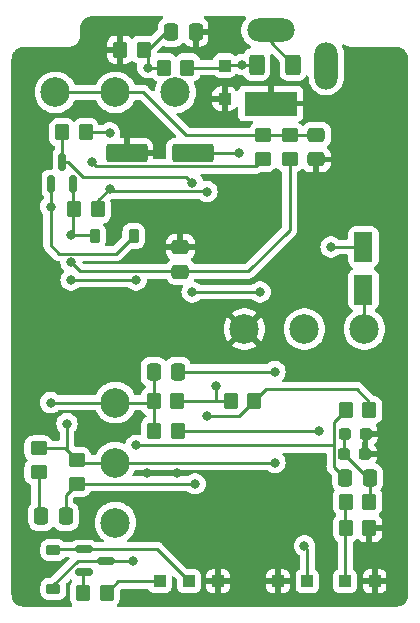
<source format=gbr>
%TF.GenerationSoftware,KiCad,Pcbnew,7.0.1*%
%TF.CreationDate,2023-11-18T18:07:09+02:00*%
%TF.ProjectId,Micr0,4d696372-302e-46b6-9963-61645f706362,rev?*%
%TF.SameCoordinates,Original*%
%TF.FileFunction,Copper,L1,Top*%
%TF.FilePolarity,Positive*%
%FSLAX46Y46*%
G04 Gerber Fmt 4.6, Leading zero omitted, Abs format (unit mm)*
G04 Created by KiCad (PCBNEW 7.0.1) date 2023-11-18 18:07:09*
%MOMM*%
%LPD*%
G01*
G04 APERTURE LIST*
G04 Aperture macros list*
%AMRoundRect*
0 Rectangle with rounded corners*
0 $1 Rounding radius*
0 $2 $3 $4 $5 $6 $7 $8 $9 X,Y pos of 4 corners*
0 Add a 4 corners polygon primitive as box body*
4,1,4,$2,$3,$4,$5,$6,$7,$8,$9,$2,$3,0*
0 Add four circle primitives for the rounded corners*
1,1,$1+$1,$2,$3*
1,1,$1+$1,$4,$5*
1,1,$1+$1,$6,$7*
1,1,$1+$1,$8,$9*
0 Add four rect primitives between the rounded corners*
20,1,$1+$1,$2,$3,$4,$5,0*
20,1,$1+$1,$4,$5,$6,$7,0*
20,1,$1+$1,$6,$7,$8,$9,0*
20,1,$1+$1,$8,$9,$2,$3,0*%
G04 Aperture macros list end*
%TA.AperFunction,SMDPad,CuDef*%
%ADD10RoundRect,0.250000X-0.450000X0.350000X-0.450000X-0.350000X0.450000X-0.350000X0.450000X0.350000X0*%
%TD*%
%TA.AperFunction,SMDPad,CuDef*%
%ADD11RoundRect,0.237500X0.287500X0.237500X-0.287500X0.237500X-0.287500X-0.237500X0.287500X-0.237500X0*%
%TD*%
%TA.AperFunction,SMDPad,CuDef*%
%ADD12RoundRect,0.250000X0.337500X0.475000X-0.337500X0.475000X-0.337500X-0.475000X0.337500X-0.475000X0*%
%TD*%
%TA.AperFunction,SMDPad,CuDef*%
%ADD13RoundRect,0.250000X0.350000X0.450000X-0.350000X0.450000X-0.350000X-0.450000X0.350000X-0.450000X0*%
%TD*%
%TA.AperFunction,SMDPad,CuDef*%
%ADD14RoundRect,0.250000X-0.337500X-0.475000X0.337500X-0.475000X0.337500X0.475000X-0.337500X0.475000X0*%
%TD*%
%TA.AperFunction,SMDPad,CuDef*%
%ADD15R,1.000000X1.000000*%
%TD*%
%TA.AperFunction,SMDPad,CuDef*%
%ADD16RoundRect,0.250000X-0.350000X-0.450000X0.350000X-0.450000X0.350000X0.450000X-0.350000X0.450000X0*%
%TD*%
%TA.AperFunction,SMDPad,CuDef*%
%ADD17RoundRect,0.250000X-0.300000X0.300000X-0.300000X-0.300000X0.300000X-0.300000X0.300000X0.300000X0*%
%TD*%
%TA.AperFunction,SMDPad,CuDef*%
%ADD18RoundRect,0.250000X0.450000X-0.350000X0.450000X0.350000X-0.450000X0.350000X-0.450000X-0.350000X0*%
%TD*%
%TA.AperFunction,ComponentPad*%
%ADD19C,2.500000*%
%TD*%
%TA.AperFunction,SMDPad,CuDef*%
%ADD20RoundRect,0.150000X0.150000X-0.587500X0.150000X0.587500X-0.150000X0.587500X-0.150000X-0.587500X0*%
%TD*%
%TA.AperFunction,SMDPad,CuDef*%
%ADD21RoundRect,0.250000X0.475000X-0.337500X0.475000X0.337500X-0.475000X0.337500X-0.475000X-0.337500X0*%
%TD*%
%TA.AperFunction,SMDPad,CuDef*%
%ADD22RoundRect,0.250000X0.400000X0.625000X-0.400000X0.625000X-0.400000X-0.625000X0.400000X-0.625000X0*%
%TD*%
%TA.AperFunction,SMDPad,CuDef*%
%ADD23RoundRect,0.225000X0.375000X-0.225000X0.375000X0.225000X-0.375000X0.225000X-0.375000X-0.225000X0*%
%TD*%
%TA.AperFunction,SMDPad,CuDef*%
%ADD24RoundRect,0.225000X-0.225000X-0.375000X0.225000X-0.375000X0.225000X0.375000X-0.225000X0.375000X0*%
%TD*%
%TA.AperFunction,SMDPad,CuDef*%
%ADD25RoundRect,0.250000X1.500000X0.550000X-1.500000X0.550000X-1.500000X-0.550000X1.500000X-0.550000X0*%
%TD*%
%TA.AperFunction,SMDPad,CuDef*%
%ADD26RoundRect,0.237500X-0.287500X-0.237500X0.287500X-0.237500X0.287500X0.237500X-0.287500X0.237500X0*%
%TD*%
%TA.AperFunction,SMDPad,CuDef*%
%ADD27RoundRect,0.250000X-0.475000X0.337500X-0.475000X-0.337500X0.475000X-0.337500X0.475000X0.337500X0*%
%TD*%
%TA.AperFunction,SMDPad,CuDef*%
%ADD28RoundRect,0.250000X-0.550000X1.050000X-0.550000X-1.050000X0.550000X-1.050000X0.550000X1.050000X0*%
%TD*%
%TA.AperFunction,SMDPad,CuDef*%
%ADD29RoundRect,0.150000X-0.587500X-0.150000X0.587500X-0.150000X0.587500X0.150000X-0.587500X0.150000X0*%
%TD*%
%TA.AperFunction,ComponentPad*%
%ADD30R,4.500000X2.000000*%
%TD*%
%TA.AperFunction,ComponentPad*%
%ADD31O,4.000000X2.000000*%
%TD*%
%TA.AperFunction,ComponentPad*%
%ADD32O,2.000000X4.000000*%
%TD*%
%TA.AperFunction,ViaPad*%
%ADD33C,0.800000*%
%TD*%
%TA.AperFunction,Conductor*%
%ADD34C,0.250000*%
%TD*%
G04 APERTURE END LIST*
D10*
%TO.P,R8,1*%
%TO.N,Net-(C3-Pad1)*%
X118250000Y-55500000D03*
%TO.P,R8,2*%
%TO.N,Net-(U1D-+)*%
X118250000Y-57500000D03*
%TD*%
D11*
%TO.P,LED2,1,K*%
%TO.N,GND*%
X124625000Y-82500000D03*
%TO.P,LED2,2,A*%
%TO.N,Net-(LED1-K)*%
X122875000Y-82500000D03*
%TD*%
D12*
%TO.P,C11,1*%
%TO.N,GND*%
X110287500Y-46750000D03*
%TO.P,C11,2*%
%TO.N,Net-(U1A-+)*%
X108212500Y-46750000D03*
%TD*%
D13*
%TO.P,R18,1*%
%TO.N,+9V*%
X109600000Y-49750000D03*
%TO.P,R18,2*%
%TO.N,Net-(U1A-+)*%
X107600000Y-49750000D03*
%TD*%
D14*
%TO.P,C1,1*%
%TO.N,Net-(U1B-+)*%
X122962500Y-84500000D03*
%TO.P,C1,2*%
%TO.N,Net-(LED1-K)*%
X125037500Y-84500000D03*
%TD*%
D15*
%TO.P,TP7,1,1*%
%TO.N,GND*%
X112200000Y-93250000D03*
%TD*%
D14*
%TO.P,C4,1*%
%TO.N,Net-(C4-Pad1)*%
X106727976Y-75500000D03*
%TO.P,C4,2*%
%TO.N,Net-(U1C--)*%
X108802976Y-75500000D03*
%TD*%
D16*
%TO.P,R2,1*%
%TO.N,IN_engi_pcb*%
X123000000Y-86500000D03*
%TO.P,R2,2*%
%TO.N,Net-(LED1-K)*%
X125000000Y-86500000D03*
%TD*%
D17*
%TO.P,D5,1,K*%
%TO.N,+9V*%
X112750000Y-49600000D03*
%TO.P,D5,2,A*%
%TO.N,GND*%
X112750000Y-52400000D03*
%TD*%
D13*
%TO.P,R12,1*%
%TO.N,+5V*%
X115250000Y-78000000D03*
%TO.P,R12,2*%
%TO.N,Net-(U2C-+)*%
X113250000Y-78000000D03*
%TD*%
D14*
%TO.P,C2,1*%
%TO.N,Net-(C2-Pad1)*%
X97212500Y-87750000D03*
%TO.P,C2,2*%
%TO.N,+5V*%
X99287500Y-87750000D03*
%TD*%
D18*
%TO.P,R7,1*%
%TO.N,+5V*%
X100250000Y-85000000D03*
%TO.P,R7,2*%
%TO.N,Net-(U1C--)*%
X100250000Y-83000000D03*
%TD*%
D16*
%TO.P,R1,1*%
%TO.N,IN_engi_pcb*%
X123000000Y-88750000D03*
%TO.P,R1,2*%
%TO.N,GND*%
X125000000Y-88750000D03*
%TD*%
D19*
%TO.P,RV2,1,1*%
%TO.N,Net-(R6-Pad2)*%
X108580000Y-51850000D03*
%TO.P,RV2,2,2*%
%TO.N,Net-(C3-Pad1)*%
X103500000Y-51850000D03*
%TO.P,RV2,3,3*%
X98420000Y-51850000D03*
%TD*%
D15*
%TO.P,TP1,1,1*%
%TO.N,OUT_engi_pcb*%
X119750000Y-93250000D03*
%TD*%
D16*
%TO.P,R13,1*%
%TO.N,Net-(C4-Pad1)*%
X106765476Y-80500000D03*
%TO.P,R13,2*%
%TO.N,Net-(C6-Pad1)*%
X108765476Y-80500000D03*
%TD*%
D15*
%TO.P,TP6,1,1*%
%TO.N,Net-(LED3-A)*%
X107250000Y-93250000D03*
%TD*%
D13*
%TO.P,R3,1*%
%TO.N,+5V*%
X125000000Y-78750000D03*
%TO.P,R3,2*%
%TO.N,Net-(U1B-+)*%
X123000000Y-78750000D03*
%TD*%
D18*
%TO.P,R5,1*%
%TO.N,Net-(C2-Pad1)*%
X97000000Y-84000000D03*
%TO.P,R5,2*%
%TO.N,Net-(U1C--)*%
X97000000Y-82000000D03*
%TD*%
D20*
%TO.P,Q1,1,B*%
%TO.N,Net-(D3-A)*%
X98050000Y-59625000D03*
%TO.P,Q1,2,E*%
%TO.N,Net-(D3-K)*%
X99950000Y-59625000D03*
%TO.P,Q1,3,C*%
%TO.N,Net-(Q1-C)*%
X99000000Y-57750000D03*
%TD*%
D15*
%TO.P,TP2,1,1*%
%TO.N,GND*%
X125450000Y-93250000D03*
%TD*%
D21*
%TO.P,C5,1*%
%TO.N,Net-(U1D-+)*%
X109000000Y-67037500D03*
%TO.P,C5,2*%
%TO.N,GND*%
X109000000Y-64962500D03*
%TD*%
D13*
%TO.P,R9,1*%
%TO.N,+5V*%
X102000000Y-61750000D03*
%TO.P,R9,2*%
%TO.N,Net-(D3-K)*%
X100000000Y-61750000D03*
%TD*%
D22*
%TO.P,R17,1*%
%TO.N,Net-(J3-Pad2)*%
X118550000Y-49500000D03*
%TO.P,R17,2*%
%TO.N,+9V*%
X115450000Y-49500000D03*
%TD*%
D16*
%TO.P,R14,1*%
%TO.N,Net-(Q2-S)*%
X100750000Y-94250000D03*
%TO.P,R14,2*%
%TO.N,Net-(LED3-A)*%
X102750000Y-94250000D03*
%TD*%
D23*
%TO.P,D4,1,K*%
%TO.N,+9V*%
X98250000Y-93900000D03*
%TO.P,D4,2,A*%
%TO.N,FS_engi*%
X98250000Y-90600000D03*
%TD*%
D24*
%TO.P,D3,1,K*%
%TO.N,Net-(D3-K)*%
X101750000Y-64000000D03*
%TO.P,D3,2,A*%
%TO.N,Net-(D3-A)*%
X105050000Y-64000000D03*
%TD*%
D25*
%TO.P,C9,1*%
%TO.N,+9V*%
X110050000Y-57000000D03*
%TO.P,C9,2*%
%TO.N,GND*%
X104450000Y-57000000D03*
%TD*%
D26*
%TO.P,LED1,1,K*%
%TO.N,Net-(LED1-K)*%
X122925000Y-80800000D03*
%TO.P,LED1,2,A*%
%TO.N,GND*%
X124675000Y-80800000D03*
%TD*%
D10*
%TO.P,R4,1*%
%TO.N,Net-(C3-Pad1)*%
X116000000Y-55500000D03*
%TO.P,R4,2*%
%TO.N,Net-(D1-K)*%
X116000000Y-57500000D03*
%TD*%
D13*
%TO.P,R19,1*%
%TO.N,Net-(U1A-+)*%
X105900000Y-48250000D03*
%TO.P,R19,2*%
%TO.N,GND*%
X103900000Y-48250000D03*
%TD*%
D19*
%TO.P,RV3,1,1*%
%TO.N,Net-(C4-Pad1)*%
X103500000Y-78120000D03*
%TO.P,RV3,2,2*%
%TO.N,Net-(U1C--)*%
X103500000Y-83200000D03*
%TO.P,RV3,3,3*%
%TO.N,unconnected-(RV3-Pad3)*%
X103500000Y-88280000D03*
%TD*%
D13*
%TO.P,R11,1*%
%TO.N,Net-(U2C-+)*%
X108750000Y-78000000D03*
%TO.P,R11,2*%
%TO.N,Net-(C4-Pad1)*%
X106750000Y-78000000D03*
%TD*%
D15*
%TO.P,TP3,1,1*%
%TO.N,IN_engi_pcb*%
X122950000Y-93250000D03*
%TD*%
%TO.P,TP5,1,1*%
%TO.N,GND*%
X117250000Y-93250000D03*
%TD*%
D27*
%TO.P,C3,1*%
%TO.N,Net-(C3-Pad1)*%
X120500000Y-55462500D03*
%TO.P,C3,2*%
%TO.N,GND*%
X120500000Y-57537500D03*
%TD*%
D13*
%TO.P,R10,1*%
%TO.N,+5V*%
X101000000Y-55250000D03*
%TO.P,R10,2*%
%TO.N,Net-(Q1-C)*%
X99000000Y-55250000D03*
%TD*%
D15*
%TO.P,TP4,1,1*%
%TO.N,FS_engi*%
X109750000Y-93250000D03*
%TD*%
D19*
%TO.P,RV1,1,1*%
%TO.N,GND*%
X114420000Y-71900000D03*
%TO.P,RV1,2,2*%
%TO.N,OUT_engi_pcb*%
X119500000Y-71900000D03*
%TO.P,RV1,3,3*%
%TO.N,Net-(C6-Pad2)*%
X124580000Y-71900000D03*
%TD*%
D28*
%TO.P,C6,1*%
%TO.N,Net-(C6-Pad1)*%
X124500000Y-64950000D03*
%TO.P,C6,2*%
%TO.N,Net-(C6-Pad2)*%
X124500000Y-68550000D03*
%TD*%
D29*
%TO.P,Q2,1,G*%
%TO.N,FS_engi*%
X100812500Y-90550000D03*
%TO.P,Q2,2,S*%
%TO.N,Net-(Q2-S)*%
X100812500Y-92450000D03*
%TO.P,Q2,3,D*%
%TO.N,+9V*%
X102687500Y-91500000D03*
%TD*%
D30*
%TO.P,J3,1*%
%TO.N,GND*%
X116650000Y-52800000D03*
D31*
%TO.P,J3,2*%
%TO.N,Net-(J3-Pad2)*%
X116650000Y-46600000D03*
D32*
%TO.P,J3,3*%
%TO.N,unconnected-(J3-Pad3)*%
X121350000Y-49600000D03*
%TD*%
D33*
%TO.N,GND*%
X95750000Y-73750000D03*
X101800000Y-46300000D03*
X104700000Y-54400000D03*
X117100000Y-58700000D03*
X116400000Y-62500000D03*
X108700000Y-86300000D03*
X106250000Y-73750000D03*
X126500000Y-73500000D03*
X112300000Y-62300000D03*
X106300000Y-86300000D03*
X118000000Y-73500000D03*
X96000000Y-66500000D03*
X118100000Y-70000000D03*
X108700000Y-84100000D03*
X107300000Y-57000000D03*
X122700000Y-57600000D03*
X112800000Y-46700000D03*
X108500000Y-62400000D03*
X102250000Y-73750000D03*
X105300000Y-61600000D03*
X95850000Y-88600000D03*
X95700000Y-53100000D03*
X106200000Y-84100000D03*
X109250000Y-73750000D03*
X110800000Y-53100000D03*
X117500000Y-88300000D03*
%TO.N,Net-(U1B-+)*%
X99750000Y-67750000D03*
X105250000Y-81750000D03*
X105250000Y-67750000D03*
%TO.N,+5V*%
X110250000Y-85000000D03*
X111250000Y-60250000D03*
X111250000Y-79250000D03*
X103000000Y-55300000D03*
X103000000Y-60000000D03*
%TO.N,Net-(C4-Pad1)*%
X98025000Y-78125000D03*
%TO.N,Net-(U1C--)*%
X117000000Y-75500000D03*
X117000000Y-83200000D03*
X99400000Y-79900000D03*
%TO.N,Net-(U1D-+)*%
X99750000Y-66250000D03*
%TO.N,Net-(C6-Pad1)*%
X120750000Y-80500000D03*
X121750000Y-64950000D03*
%TO.N,+9V*%
X114250000Y-49500000D03*
X105000000Y-91500000D03*
X114000000Y-57000000D03*
%TO.N,Net-(D1-K)*%
X101500000Y-57750000D03*
%TO.N,Net-(D3-K)*%
X99750000Y-63960000D03*
%TO.N,Net-(D3-A)*%
X98025000Y-61525000D03*
%TO.N,Net-(Q1-C)*%
X110000000Y-68750000D03*
X110000000Y-59500000D03*
X115750000Y-68750000D03*
%TO.N,Net-(U2C-+)*%
X112000000Y-76750000D03*
%TO.N,OUT_engi_pcb*%
X119500000Y-90250000D03*
%TO.N,Net-(U1A-+)*%
X106250000Y-49750000D03*
%TD*%
D34*
%TO.N,Net-(U1B-+)*%
X122000000Y-81750000D02*
X122000000Y-83537500D01*
X122000000Y-79750000D02*
X122000000Y-81750000D01*
X122000000Y-81750000D02*
X105250000Y-81750000D01*
X99750000Y-67750000D02*
X105250000Y-67750000D01*
X123000000Y-78750000D02*
X122000000Y-79750000D01*
X122000000Y-83537500D02*
X122962500Y-84500000D01*
%TO.N,Net-(LED1-K)*%
X124875000Y-84500000D02*
X122875000Y-82500000D01*
X125037500Y-84500000D02*
X124875000Y-84500000D01*
X122875000Y-82500000D02*
X122875000Y-80750000D01*
X125037500Y-84500000D02*
X125037500Y-86462500D01*
X125037500Y-86462500D02*
X125000000Y-86500000D01*
%TO.N,Net-(C2-Pad1)*%
X97000000Y-84000000D02*
X97000000Y-87537500D01*
X97000000Y-87537500D02*
X97212500Y-87750000D01*
%TO.N,+5V*%
X110250000Y-85000000D02*
X100250000Y-85000000D01*
X111250000Y-60250000D02*
X111225000Y-60225000D01*
X111225000Y-60225000D02*
X103225000Y-60225000D01*
X102950000Y-55250000D02*
X101000000Y-55250000D01*
X115250000Y-78000000D02*
X116250000Y-77000000D01*
X102000000Y-61000000D02*
X103000000Y-60000000D01*
X103225000Y-60225000D02*
X103000000Y-60000000D01*
X123950000Y-77000000D02*
X125000000Y-78050000D01*
X102000000Y-61750000D02*
X102000000Y-61000000D01*
X125000000Y-78050000D02*
X125000000Y-78750000D01*
X99287500Y-85962500D02*
X100250000Y-85000000D01*
X116250000Y-77000000D02*
X123950000Y-77000000D01*
X99287500Y-87750000D02*
X99287500Y-85962500D01*
X114000000Y-79250000D02*
X115250000Y-78000000D01*
X111250000Y-79250000D02*
X114000000Y-79250000D01*
X103000000Y-55300000D02*
X102950000Y-55250000D01*
%TO.N,Net-(C3-Pad1)*%
X105850000Y-51850000D02*
X109500000Y-55500000D01*
X119000000Y-55500000D02*
X120462500Y-55500000D01*
X98420000Y-51850000D02*
X103500000Y-51850000D01*
X118250000Y-55500000D02*
X119000000Y-55500000D01*
X103500000Y-51850000D02*
X105850000Y-51850000D01*
X120462500Y-55500000D02*
X120500000Y-55462500D01*
X109500000Y-55500000D02*
X119000000Y-55500000D01*
%TO.N,Net-(C4-Pad1)*%
X106727976Y-77977976D02*
X106750000Y-78000000D01*
X106727976Y-75500000D02*
X106727976Y-77977976D01*
X106630000Y-78120000D02*
X103500000Y-78120000D01*
X106750000Y-78000000D02*
X106630000Y-78120000D01*
X106765476Y-78015476D02*
X106750000Y-78000000D01*
X98030000Y-78120000D02*
X103500000Y-78120000D01*
X106765476Y-80500000D02*
X106765476Y-78015476D01*
X98025000Y-78125000D02*
X98030000Y-78120000D01*
%TO.N,Net-(U1C--)*%
X100450000Y-83200000D02*
X103500000Y-83200000D01*
X97000000Y-82000000D02*
X99250000Y-82000000D01*
X100250000Y-83000000D02*
X99400000Y-82150000D01*
X100250000Y-83000000D02*
X100450000Y-83200000D01*
X99400000Y-82150000D02*
X99400000Y-79900000D01*
X99250000Y-82000000D02*
X100250000Y-83000000D01*
X108802976Y-75500000D02*
X117000000Y-75500000D01*
X117000000Y-83200000D02*
X103500000Y-83200000D01*
%TO.N,Net-(U1D-+)*%
X100500000Y-67000000D02*
X114750000Y-67000000D01*
X99750000Y-66250000D02*
X100500000Y-67000000D01*
X114750000Y-67000000D02*
X118250000Y-63500000D01*
X118250000Y-63500000D02*
X118250000Y-57500000D01*
%TO.N,Net-(C6-Pad1)*%
X108765476Y-80500000D02*
X120750000Y-80500000D01*
X121750000Y-64950000D02*
X124500000Y-64950000D01*
%TO.N,Net-(C6-Pad2)*%
X124580000Y-68630000D02*
X124500000Y-68550000D01*
X124580000Y-71900000D02*
X124580000Y-68630000D01*
%TO.N,+9V*%
X109600000Y-49750000D02*
X112600000Y-49750000D01*
X100353249Y-91500000D02*
X102687500Y-91500000D01*
X98250000Y-93900000D02*
X98250000Y-93603249D01*
X112600000Y-49750000D02*
X112750000Y-49600000D01*
X115450000Y-49500000D02*
X114250000Y-49500000D01*
X102687500Y-91500000D02*
X105000000Y-91500000D01*
X98250000Y-93603249D02*
X100353249Y-91500000D01*
X114000000Y-57000000D02*
X110050000Y-57000000D01*
X114250000Y-49500000D02*
X112850000Y-49500000D01*
X112850000Y-49500000D02*
X112750000Y-49600000D01*
%TO.N,Net-(D1-K)*%
X115375000Y-58125000D02*
X116000000Y-57500000D01*
X101500000Y-57750000D02*
X101875000Y-58125000D01*
X101875000Y-58125000D02*
X115375000Y-58125000D01*
%TO.N,Net-(D3-K)*%
X99750000Y-63960000D02*
X99950000Y-63760000D01*
X99950000Y-63760000D02*
X99950000Y-59625000D01*
X99750000Y-63960000D02*
X101710000Y-63960000D01*
X101710000Y-63960000D02*
X101750000Y-64000000D01*
%TO.N,Net-(D3-A)*%
X98025000Y-61525000D02*
X98025000Y-64802817D01*
X98050000Y-61500000D02*
X98050000Y-59625000D01*
X103550000Y-65500000D02*
X105050000Y-64000000D01*
X98722183Y-65500000D02*
X103550000Y-65500000D01*
X98025000Y-61525000D02*
X98050000Y-61500000D01*
X98025000Y-64802817D02*
X98722183Y-65500000D01*
%TO.N,FS_engi*%
X100812500Y-90550000D02*
X107050000Y-90550000D01*
X98300000Y-90550000D02*
X98250000Y-90600000D01*
X100812500Y-90550000D02*
X98300000Y-90550000D01*
X107050000Y-90550000D02*
X109750000Y-93250000D01*
%TO.N,Net-(LED3-A)*%
X103750000Y-93250000D02*
X107250000Y-93250000D01*
X102750000Y-94250000D02*
X103750000Y-93250000D01*
%TO.N,Net-(Q1-C)*%
X109500000Y-59000000D02*
X100734251Y-59000000D01*
X110000000Y-59500000D02*
X109500000Y-59000000D01*
X99484251Y-57750000D02*
X99000000Y-57750000D01*
X100734251Y-59000000D02*
X99484251Y-57750000D01*
X110000000Y-68750000D02*
X115750000Y-68750000D01*
X99000000Y-55250000D02*
X99000000Y-57750000D01*
%TO.N,Net-(Q2-S)*%
X100750000Y-92512500D02*
X100812500Y-92450000D01*
X100750000Y-94250000D02*
X100750000Y-92512500D01*
%TO.N,IN_engi_pcb*%
X122950000Y-93250000D02*
X122950000Y-86550000D01*
X122950000Y-86550000D02*
X123000000Y-86500000D01*
%TO.N,Net-(U2C-+)*%
X112000000Y-78000000D02*
X112000000Y-76750000D01*
X108750000Y-78000000D02*
X112000000Y-78000000D01*
X112000000Y-78000000D02*
X113250000Y-78000000D01*
%TO.N,OUT_engi_pcb*%
X119500000Y-90250000D02*
X119750000Y-90500000D01*
X119750000Y-90500000D02*
X119750000Y-93250000D01*
%TO.N,Net-(U1A-+)*%
X107750000Y-46750000D02*
X106250000Y-48250000D01*
X106250000Y-48250000D02*
X106250000Y-49750000D01*
X108212500Y-46750000D02*
X107750000Y-46750000D01*
X106250000Y-49750000D02*
X107600000Y-49750000D01*
%TO.N,Net-(J3-Pad2)*%
X116650000Y-46600000D02*
X116650000Y-47600000D01*
X116650000Y-47600000D02*
X118550000Y-49500000D01*
%TD*%
%TA.AperFunction,Conductor*%
%TO.N,GND*%
G36*
X107487331Y-45416754D02*
G01*
X107532616Y-45461255D01*
X107549938Y-45522336D01*
X107534757Y-45583985D01*
X107491053Y-45630039D01*
X107406342Y-45682288D01*
X107282288Y-45806342D01*
X107190186Y-45955665D01*
X107135000Y-46122202D01*
X107124500Y-46224991D01*
X107124500Y-46439546D01*
X107115061Y-46486999D01*
X107088181Y-46527227D01*
X106571506Y-47043901D01*
X106512421Y-47076878D01*
X106444822Y-47073926D01*
X106402798Y-47060000D01*
X106300009Y-47049500D01*
X105499991Y-47049500D01*
X105397203Y-47060000D01*
X105230665Y-47115186D01*
X105081344Y-47207287D01*
X104987327Y-47301304D01*
X104931739Y-47333397D01*
X104867552Y-47333397D01*
X104811965Y-47301303D01*
X104718345Y-47207683D01*
X104569122Y-47115642D01*
X104402696Y-47060493D01*
X104299979Y-47050000D01*
X104150000Y-47050000D01*
X104150000Y-49449999D01*
X104299979Y-49449999D01*
X104402695Y-49439506D01*
X104569122Y-49384357D01*
X104718344Y-49292316D01*
X104811964Y-49198696D01*
X104867552Y-49166601D01*
X104931740Y-49166601D01*
X104987325Y-49198693D01*
X105074084Y-49285452D01*
X105081345Y-49292713D01*
X105122712Y-49318228D01*
X105230666Y-49384814D01*
X105286211Y-49403219D01*
X105339676Y-49438308D01*
X105368546Y-49495373D01*
X105365141Y-49559234D01*
X105364327Y-49561738D01*
X105344540Y-49750000D01*
X105364326Y-49938257D01*
X105422820Y-50118284D01*
X105517466Y-50282216D01*
X105644129Y-50422889D01*
X105797269Y-50534151D01*
X105970197Y-50611144D01*
X106155352Y-50650500D01*
X106155354Y-50650500D01*
X106344646Y-50650500D01*
X106344647Y-50650500D01*
X106394050Y-50639999D01*
X106525695Y-50612016D01*
X106576076Y-50611772D01*
X106622398Y-50631593D01*
X106657010Y-50668207D01*
X106657283Y-50668650D01*
X106657286Y-50668653D01*
X106657288Y-50668656D01*
X106781343Y-50792711D01*
X106781345Y-50792713D01*
X106809069Y-50809813D01*
X106930666Y-50884814D01*
X106941699Y-50888470D01*
X106988440Y-50916600D01*
X107018586Y-50962071D01*
X107026299Y-51016079D01*
X107010085Y-51068170D01*
X106998431Y-51088357D01*
X106902580Y-51332581D01*
X106844197Y-51588372D01*
X106838516Y-51664177D01*
X106813940Y-51729474D01*
X106757999Y-51771165D01*
X106688402Y-51776054D01*
X106627182Y-51742591D01*
X106350802Y-51466211D01*
X106337906Y-51450113D01*
X106286775Y-51402098D01*
X106283978Y-51399387D01*
X106264470Y-51379879D01*
X106261290Y-51377412D01*
X106252424Y-51369839D01*
X106220582Y-51339938D01*
X106203024Y-51330285D01*
X106186764Y-51319604D01*
X106170936Y-51307327D01*
X106130851Y-51289980D01*
X106120361Y-51284841D01*
X106082091Y-51263802D01*
X106062691Y-51258821D01*
X106044284Y-51252519D01*
X106025897Y-51244562D01*
X105982758Y-51237729D01*
X105971324Y-51235361D01*
X105929019Y-51224500D01*
X105908984Y-51224500D01*
X105889586Y-51222973D01*
X105882162Y-51221797D01*
X105869805Y-51219840D01*
X105869804Y-51219840D01*
X105836751Y-51222964D01*
X105826325Y-51223950D01*
X105814656Y-51224500D01*
X105219541Y-51224500D01*
X105171375Y-51214763D01*
X105130773Y-51187081D01*
X105104115Y-51145807D01*
X105081568Y-51088357D01*
X104950386Y-50861143D01*
X104786805Y-50656019D01*
X104760480Y-50631593D01*
X104594485Y-50477571D01*
X104545735Y-50444334D01*
X104377704Y-50329772D01*
X104141323Y-50215937D01*
X103890615Y-50138604D01*
X103631182Y-50099500D01*
X103368818Y-50099500D01*
X103109385Y-50138604D01*
X102858677Y-50215937D01*
X102622296Y-50329772D01*
X102576282Y-50361144D01*
X102405514Y-50477571D01*
X102213198Y-50656015D01*
X102049613Y-50861143D01*
X101930087Y-51068170D01*
X101918432Y-51088357D01*
X101895884Y-51145807D01*
X101869227Y-51187081D01*
X101828625Y-51214763D01*
X101780459Y-51224500D01*
X100139541Y-51224500D01*
X100091375Y-51214763D01*
X100050773Y-51187081D01*
X100024115Y-51145807D01*
X100001568Y-51088357D01*
X99870386Y-50861143D01*
X99706805Y-50656019D01*
X99680480Y-50631593D01*
X99514485Y-50477571D01*
X99465735Y-50444334D01*
X99297704Y-50329772D01*
X99061323Y-50215937D01*
X98810615Y-50138604D01*
X98551182Y-50099500D01*
X98288818Y-50099500D01*
X98029385Y-50138604D01*
X97778677Y-50215937D01*
X97542296Y-50329772D01*
X97496282Y-50361144D01*
X97325514Y-50477571D01*
X97133198Y-50656015D01*
X96969613Y-50861143D01*
X96838431Y-51088358D01*
X96742580Y-51332581D01*
X96684197Y-51588372D01*
X96664591Y-51850000D01*
X96684197Y-52111627D01*
X96742580Y-52367418D01*
X96838431Y-52611641D01*
X96838432Y-52611643D01*
X96969614Y-52838857D01*
X97133195Y-53043981D01*
X97133197Y-53043983D01*
X97133198Y-53043984D01*
X97325514Y-53222428D01*
X97325520Y-53222432D01*
X97325521Y-53222433D01*
X97542296Y-53370228D01*
X97778677Y-53484063D01*
X98029385Y-53561396D01*
X98288818Y-53600500D01*
X98551182Y-53600500D01*
X98810615Y-53561396D01*
X99061323Y-53484063D01*
X99297704Y-53370228D01*
X99514479Y-53222433D01*
X99514482Y-53222429D01*
X99514485Y-53222428D01*
X99666743Y-53081153D01*
X99706805Y-53043981D01*
X99870386Y-52838857D01*
X100001568Y-52611643D01*
X100024115Y-52554192D01*
X100050773Y-52512919D01*
X100091375Y-52485237D01*
X100139541Y-52475500D01*
X101780459Y-52475500D01*
X101828625Y-52485237D01*
X101869227Y-52512919D01*
X101895884Y-52554192D01*
X101918432Y-52611643D01*
X102049614Y-52838857D01*
X102213195Y-53043981D01*
X102213197Y-53043983D01*
X102213198Y-53043984D01*
X102405514Y-53222428D01*
X102405520Y-53222432D01*
X102405521Y-53222433D01*
X102622296Y-53370228D01*
X102858677Y-53484063D01*
X103109385Y-53561396D01*
X103368818Y-53600500D01*
X103631182Y-53600500D01*
X103890615Y-53561396D01*
X104141323Y-53484063D01*
X104377704Y-53370228D01*
X104594479Y-53222433D01*
X104594482Y-53222429D01*
X104594485Y-53222428D01*
X104746743Y-53081153D01*
X104786805Y-53043981D01*
X104950386Y-52838857D01*
X105081568Y-52611643D01*
X105104115Y-52554192D01*
X105130773Y-52512919D01*
X105171375Y-52485237D01*
X105219541Y-52475500D01*
X105539548Y-52475500D01*
X105587001Y-52484939D01*
X105627229Y-52511819D01*
X108603229Y-55487819D01*
X108633479Y-55537181D01*
X108638022Y-55594896D01*
X108615868Y-55648383D01*
X108571847Y-55685983D01*
X108515554Y-55699500D01*
X108499993Y-55699500D01*
X108397203Y-55710000D01*
X108230665Y-55765186D01*
X108081342Y-55857288D01*
X107957288Y-55981342D01*
X107865186Y-56130665D01*
X107810000Y-56297202D01*
X107800035Y-56394750D01*
X107799500Y-56399991D01*
X107799500Y-56902137D01*
X107799501Y-57375500D01*
X107782888Y-57437500D01*
X107737501Y-57482887D01*
X107675501Y-57499500D01*
X106824000Y-57499500D01*
X106762000Y-57482887D01*
X106716613Y-57437500D01*
X106700000Y-57375500D01*
X106700000Y-57250000D01*
X104324000Y-57250000D01*
X104262000Y-57233387D01*
X104216613Y-57188000D01*
X104200000Y-57126000D01*
X104200000Y-55700001D01*
X104199999Y-55700000D01*
X104700000Y-55700000D01*
X104700000Y-56750000D01*
X106699999Y-56750000D01*
X106699999Y-56400021D01*
X106689506Y-56297304D01*
X106634357Y-56130877D01*
X106542316Y-55981654D01*
X106418345Y-55857683D01*
X106269122Y-55765642D01*
X106102696Y-55710493D01*
X105999979Y-55700000D01*
X104700000Y-55700000D01*
X104199999Y-55700000D01*
X103987544Y-55700000D01*
X103931248Y-55686484D01*
X103887225Y-55648884D01*
X103865070Y-55595396D01*
X103869613Y-55537684D01*
X103885674Y-55488256D01*
X103905460Y-55300000D01*
X103885674Y-55111744D01*
X103827179Y-54931716D01*
X103827179Y-54931715D01*
X103732533Y-54767783D01*
X103605870Y-54627110D01*
X103452730Y-54515848D01*
X103279802Y-54438855D01*
X103094648Y-54399500D01*
X103094646Y-54399500D01*
X102905354Y-54399500D01*
X102905352Y-54399500D01*
X102720197Y-54438855D01*
X102547269Y-54515848D01*
X102430319Y-54600818D01*
X102395752Y-54618431D01*
X102357434Y-54624500D01*
X102172017Y-54624500D01*
X102121802Y-54613877D01*
X102080190Y-54583829D01*
X102054311Y-54539504D01*
X102051920Y-54532288D01*
X102034814Y-54480666D01*
X101942712Y-54331344D01*
X101942711Y-54331342D01*
X101818657Y-54207288D01*
X101669334Y-54115186D01*
X101502797Y-54060000D01*
X101400009Y-54049500D01*
X100599991Y-54049500D01*
X100497203Y-54060000D01*
X100330665Y-54115186D01*
X100181342Y-54207288D01*
X100087681Y-54300950D01*
X100032094Y-54333044D01*
X99967906Y-54333044D01*
X99912319Y-54300950D01*
X99818657Y-54207288D01*
X99669334Y-54115186D01*
X99502797Y-54060000D01*
X99400009Y-54049500D01*
X98599991Y-54049500D01*
X98497203Y-54060000D01*
X98330665Y-54115186D01*
X98181342Y-54207288D01*
X98057288Y-54331342D01*
X97965186Y-54480665D01*
X97910000Y-54647202D01*
X97899500Y-54749990D01*
X97899500Y-55750008D01*
X97910000Y-55852796D01*
X97965186Y-56019334D01*
X98057288Y-56168657D01*
X98181342Y-56292711D01*
X98315596Y-56375519D01*
X98358777Y-56420626D01*
X98374500Y-56481058D01*
X98374500Y-56666692D01*
X98365061Y-56714145D01*
X98338181Y-56754373D01*
X98331919Y-56760634D01*
X98248255Y-56902102D01*
X98202402Y-57059927D01*
X98199500Y-57096808D01*
X98199500Y-58263000D01*
X98182887Y-58325000D01*
X98137500Y-58370387D01*
X98075500Y-58387000D01*
X97834306Y-58387000D01*
X97822014Y-58387967D01*
X97797427Y-58389902D01*
X97639602Y-58435755D01*
X97498134Y-58519419D01*
X97381919Y-58635634D01*
X97298255Y-58777102D01*
X97252402Y-58934927D01*
X97249500Y-58971808D01*
X97249500Y-60278192D01*
X97252402Y-60315072D01*
X97298255Y-60472897D01*
X97381919Y-60614365D01*
X97388181Y-60620627D01*
X97415061Y-60660855D01*
X97424500Y-60708308D01*
X97424500Y-60798547D01*
X97416264Y-60842985D01*
X97392650Y-60881519D01*
X97292466Y-60992783D01*
X97197820Y-61156715D01*
X97139326Y-61336742D01*
X97119540Y-61525000D01*
X97139326Y-61713257D01*
X97197820Y-61893284D01*
X97292464Y-62057213D01*
X97292467Y-62057216D01*
X97367652Y-62140717D01*
X97391264Y-62179249D01*
X97399500Y-62223687D01*
X97399500Y-64720073D01*
X97397235Y-64740579D01*
X97399439Y-64810690D01*
X97399500Y-64814585D01*
X97399500Y-64842166D01*
X97400003Y-64846151D01*
X97400918Y-64857784D01*
X97402290Y-64901443D01*
X97407879Y-64920677D01*
X97411825Y-64939733D01*
X97414335Y-64959609D01*
X97430414Y-65000221D01*
X97434197Y-65011268D01*
X97446382Y-65053208D01*
X97456580Y-65070452D01*
X97465136Y-65087917D01*
X97472514Y-65106549D01*
X97472515Y-65106550D01*
X97498180Y-65141876D01*
X97504593Y-65151639D01*
X97526826Y-65189233D01*
X97526829Y-65189236D01*
X97526830Y-65189237D01*
X97540995Y-65203402D01*
X97553627Y-65218192D01*
X97565406Y-65234404D01*
X97599058Y-65262243D01*
X97607699Y-65270106D01*
X98221380Y-65883787D01*
X98234281Y-65899889D01*
X98236395Y-65901874D01*
X98236397Y-65901877D01*
X98276217Y-65939271D01*
X98285423Y-65947916D01*
X98288218Y-65950625D01*
X98307713Y-65970120D01*
X98310887Y-65972582D01*
X98319751Y-65980153D01*
X98351601Y-66010062D01*
X98362097Y-66015832D01*
X98369157Y-66019714D01*
X98385414Y-66030392D01*
X98401247Y-66042674D01*
X98417368Y-66049649D01*
X98441339Y-66060023D01*
X98451826Y-66065160D01*
X98490091Y-66086197D01*
X98509499Y-66091180D01*
X98527893Y-66097478D01*
X98546288Y-66105438D01*
X98589437Y-66112271D01*
X98600863Y-66114638D01*
X98616405Y-66118629D01*
X98643163Y-66125500D01*
X98643164Y-66125500D01*
X98663199Y-66125500D01*
X98682596Y-66127026D01*
X98686676Y-66127673D01*
X98702378Y-66130160D01*
X98702378Y-66130159D01*
X98702379Y-66130160D01*
X98708502Y-66129581D01*
X98771398Y-66140104D01*
X98820746Y-66180494D01*
X98843496Y-66240068D01*
X98864326Y-66438257D01*
X98922820Y-66618284D01*
X99017464Y-66782213D01*
X99017467Y-66782216D01*
X99138854Y-66917030D01*
X99167020Y-66970001D01*
X99167020Y-67029999D01*
X99138854Y-67082969D01*
X99076104Y-67152660D01*
X99017464Y-67217786D01*
X98922820Y-67381715D01*
X98864326Y-67561742D01*
X98844540Y-67750000D01*
X98864326Y-67938257D01*
X98922820Y-68118284D01*
X99017466Y-68282216D01*
X99144129Y-68422889D01*
X99297269Y-68534151D01*
X99470197Y-68611144D01*
X99655352Y-68650500D01*
X99655354Y-68650500D01*
X99844646Y-68650500D01*
X99844648Y-68650500D01*
X99968083Y-68624262D01*
X100029803Y-68611144D01*
X100202730Y-68534151D01*
X100355871Y-68422888D01*
X100361598Y-68416526D01*
X100403312Y-68386220D01*
X100453747Y-68375500D01*
X104546253Y-68375500D01*
X104596688Y-68386220D01*
X104638401Y-68416526D01*
X104644129Y-68422888D01*
X104797270Y-68534151D01*
X104797271Y-68534151D01*
X104797272Y-68534152D01*
X104970197Y-68611144D01*
X105155352Y-68650500D01*
X105155354Y-68650500D01*
X105344646Y-68650500D01*
X105344648Y-68650500D01*
X105468083Y-68624262D01*
X105529803Y-68611144D01*
X105702730Y-68534151D01*
X105855871Y-68422888D01*
X105982533Y-68282216D01*
X106077179Y-68118284D01*
X106135674Y-67938256D01*
X106155460Y-67750000D01*
X106155459Y-67749998D01*
X106156822Y-67737039D01*
X106161182Y-67737497D01*
X106168607Y-67695208D01*
X106214349Y-67644361D01*
X106280090Y-67625500D01*
X107728522Y-67625500D01*
X107788954Y-67641223D01*
X107834061Y-67684404D01*
X107932288Y-67843657D01*
X108056342Y-67967711D01*
X108056344Y-67967712D01*
X108205666Y-68059814D01*
X108317017Y-68096712D01*
X108372202Y-68114999D01*
X108382703Y-68116071D01*
X108474991Y-68125500D01*
X109105974Y-68125499D01*
X109167973Y-68142112D01*
X109213360Y-68187499D01*
X109229973Y-68249499D01*
X109213360Y-68311499D01*
X109172820Y-68381715D01*
X109114326Y-68561742D01*
X109094540Y-68749999D01*
X109114326Y-68938257D01*
X109172820Y-69118284D01*
X109267466Y-69282216D01*
X109394129Y-69422889D01*
X109547269Y-69534151D01*
X109720197Y-69611144D01*
X109905352Y-69650500D01*
X109905354Y-69650500D01*
X110094646Y-69650500D01*
X110094648Y-69650500D01*
X110218083Y-69624262D01*
X110279803Y-69611144D01*
X110452730Y-69534151D01*
X110605871Y-69422888D01*
X110611598Y-69416526D01*
X110653312Y-69386220D01*
X110703747Y-69375500D01*
X115046253Y-69375500D01*
X115096688Y-69386220D01*
X115138401Y-69416526D01*
X115144129Y-69422888D01*
X115297270Y-69534151D01*
X115297271Y-69534151D01*
X115297272Y-69534152D01*
X115470197Y-69611144D01*
X115655352Y-69650500D01*
X115655354Y-69650500D01*
X115844646Y-69650500D01*
X115844648Y-69650500D01*
X115968083Y-69624262D01*
X116029803Y-69611144D01*
X116202730Y-69534151D01*
X116355871Y-69422888D01*
X116482533Y-69282216D01*
X116577179Y-69118284D01*
X116635674Y-68938256D01*
X116655460Y-68750000D01*
X116635674Y-68561744D01*
X116588490Y-68416528D01*
X116577179Y-68381715D01*
X116482533Y-68217783D01*
X116355870Y-68077110D01*
X116202730Y-67965848D01*
X116029802Y-67888855D01*
X115844648Y-67849500D01*
X115844646Y-67849500D01*
X115655354Y-67849500D01*
X115655352Y-67849500D01*
X115470197Y-67888855D01*
X115297272Y-67965847D01*
X115195175Y-68040024D01*
X115144129Y-68077112D01*
X115138401Y-68083473D01*
X115096688Y-68113780D01*
X115046253Y-68124500D01*
X110703747Y-68124500D01*
X110653312Y-68113780D01*
X110611598Y-68083473D01*
X110605871Y-68077112D01*
X110452730Y-67965849D01*
X110452729Y-67965848D01*
X110452727Y-67965847D01*
X110279802Y-67888855D01*
X110239798Y-67880352D01*
X110186843Y-67854856D01*
X110151576Y-67807840D01*
X110141921Y-67749865D01*
X110160046Y-67693956D01*
X110165945Y-67684394D01*
X110211051Y-67641220D01*
X110271478Y-67625500D01*
X114667256Y-67625500D01*
X114687762Y-67627764D01*
X114690665Y-67627672D01*
X114690667Y-67627673D01*
X114757872Y-67625561D01*
X114761768Y-67625500D01*
X114789349Y-67625500D01*
X114789350Y-67625500D01*
X114793319Y-67624998D01*
X114804965Y-67624080D01*
X114848627Y-67622709D01*
X114867859Y-67617120D01*
X114886918Y-67613174D01*
X114893196Y-67612381D01*
X114906792Y-67610664D01*
X114947407Y-67594582D01*
X114958444Y-67590803D01*
X115000390Y-67578618D01*
X115017629Y-67568422D01*
X115035102Y-67559862D01*
X115053732Y-67552486D01*
X115089064Y-67526814D01*
X115098830Y-67520400D01*
X115136418Y-67498171D01*
X115136417Y-67498171D01*
X115136420Y-67498170D01*
X115150585Y-67484004D01*
X115165373Y-67471373D01*
X115181587Y-67459594D01*
X115209438Y-67425926D01*
X115217279Y-67417309D01*
X117684589Y-64950000D01*
X120844540Y-64950000D01*
X120864326Y-65138257D01*
X120922820Y-65318284D01*
X121017466Y-65482216D01*
X121144129Y-65622889D01*
X121297269Y-65734151D01*
X121470197Y-65811144D01*
X121655352Y-65850500D01*
X121655354Y-65850500D01*
X121844646Y-65850500D01*
X121844648Y-65850500D01*
X121968083Y-65824262D01*
X122029803Y-65811144D01*
X122202730Y-65734151D01*
X122355871Y-65622888D01*
X122361598Y-65616526D01*
X122403312Y-65586220D01*
X122453747Y-65575500D01*
X123075501Y-65575500D01*
X123137501Y-65592113D01*
X123182888Y-65637500D01*
X123199501Y-65699500D01*
X123199501Y-66050009D01*
X123210000Y-66152796D01*
X123265186Y-66319334D01*
X123357288Y-66468657D01*
X123481341Y-66592710D01*
X123565243Y-66644461D01*
X123608423Y-66689568D01*
X123624146Y-66750000D01*
X123608423Y-66810432D01*
X123565243Y-66855539D01*
X123481341Y-66907289D01*
X123357288Y-67031342D01*
X123265186Y-67180665D01*
X123210000Y-67347202D01*
X123199500Y-67449990D01*
X123199500Y-69650008D01*
X123210000Y-69752796D01*
X123265186Y-69919334D01*
X123357288Y-70068657D01*
X123481342Y-70192711D01*
X123578732Y-70252781D01*
X123621215Y-70296654D01*
X123637604Y-70355485D01*
X123623922Y-70415004D01*
X123583488Y-70460773D01*
X123485518Y-70527567D01*
X123293198Y-70706015D01*
X123129613Y-70911143D01*
X122998431Y-71138358D01*
X122902580Y-71382581D01*
X122844197Y-71638372D01*
X122824591Y-71900000D01*
X122844197Y-72161627D01*
X122902580Y-72417418D01*
X122998346Y-72661424D01*
X122998432Y-72661643D01*
X123129614Y-72888857D01*
X123293195Y-73093981D01*
X123293197Y-73093983D01*
X123293198Y-73093984D01*
X123485514Y-73272428D01*
X123485520Y-73272432D01*
X123485521Y-73272433D01*
X123702296Y-73420228D01*
X123938677Y-73534063D01*
X124189385Y-73611396D01*
X124448818Y-73650500D01*
X124711182Y-73650500D01*
X124970615Y-73611396D01*
X125221323Y-73534063D01*
X125457704Y-73420228D01*
X125674479Y-73272433D01*
X125674482Y-73272429D01*
X125674485Y-73272428D01*
X125759792Y-73193273D01*
X125866805Y-73093981D01*
X126030386Y-72888857D01*
X126161568Y-72661643D01*
X126257420Y-72417416D01*
X126315802Y-72161630D01*
X126335408Y-71900000D01*
X126315802Y-71638370D01*
X126257420Y-71382584D01*
X126161568Y-71138357D01*
X126030386Y-70911143D01*
X125866805Y-70706019D01*
X125866801Y-70706015D01*
X125674485Y-70527571D01*
X125576510Y-70460773D01*
X125500513Y-70408958D01*
X125460082Y-70363191D01*
X125446399Y-70303672D01*
X125462788Y-70244841D01*
X125505272Y-70200967D01*
X125518656Y-70192712D01*
X125642712Y-70068656D01*
X125734814Y-69919334D01*
X125789999Y-69752797D01*
X125800500Y-69650009D01*
X125800499Y-67449992D01*
X125789999Y-67347203D01*
X125734814Y-67180666D01*
X125642712Y-67031344D01*
X125642711Y-67031342D01*
X125518657Y-66907288D01*
X125434757Y-66855539D01*
X125391576Y-66810432D01*
X125375853Y-66750000D01*
X125391576Y-66689568D01*
X125434757Y-66644461D01*
X125477197Y-66618284D01*
X125518656Y-66592712D01*
X125642712Y-66468656D01*
X125734814Y-66319334D01*
X125789999Y-66152797D01*
X125800500Y-66050009D01*
X125800499Y-63849992D01*
X125789999Y-63747203D01*
X125734814Y-63580666D01*
X125642712Y-63431344D01*
X125642711Y-63431342D01*
X125518657Y-63307288D01*
X125369334Y-63215186D01*
X125202797Y-63160000D01*
X125100009Y-63149500D01*
X123899991Y-63149500D01*
X123797203Y-63160000D01*
X123630665Y-63215186D01*
X123481342Y-63307288D01*
X123357288Y-63431342D01*
X123265186Y-63580665D01*
X123210000Y-63747202D01*
X123199500Y-63849991D01*
X123199500Y-64200500D01*
X123182887Y-64262500D01*
X123137500Y-64307887D01*
X123075500Y-64324500D01*
X122453747Y-64324500D01*
X122403312Y-64313780D01*
X122361598Y-64283473D01*
X122355871Y-64277112D01*
X122202730Y-64165849D01*
X122202729Y-64165848D01*
X122202727Y-64165847D01*
X122029802Y-64088855D01*
X121844648Y-64049500D01*
X121844646Y-64049500D01*
X121655354Y-64049500D01*
X121655352Y-64049500D01*
X121470197Y-64088855D01*
X121297269Y-64165848D01*
X121144129Y-64277110D01*
X121017466Y-64417783D01*
X120922820Y-64581715D01*
X120864326Y-64761742D01*
X120844540Y-64950000D01*
X117684589Y-64950000D01*
X118633789Y-64000800D01*
X118649885Y-63987906D01*
X118651873Y-63985787D01*
X118651877Y-63985786D01*
X118697948Y-63936723D01*
X118700566Y-63934023D01*
X118720120Y-63914471D01*
X118722581Y-63911298D01*
X118730156Y-63902427D01*
X118760062Y-63870582D01*
X118769717Y-63853018D01*
X118780394Y-63836764D01*
X118792673Y-63820936D01*
X118810018Y-63780852D01*
X118815160Y-63770356D01*
X118836197Y-63732092D01*
X118841179Y-63712684D01*
X118847481Y-63694280D01*
X118855437Y-63675896D01*
X118862269Y-63632752D01*
X118864633Y-63621338D01*
X118875500Y-63579019D01*
X118875500Y-63558984D01*
X118877027Y-63539585D01*
X118877068Y-63539321D01*
X118880160Y-63519804D01*
X118876050Y-63476325D01*
X118875500Y-63464656D01*
X118875500Y-58672017D01*
X118886123Y-58621802D01*
X118916171Y-58580190D01*
X118960496Y-58554311D01*
X119019334Y-58534814D01*
X119168656Y-58442712D01*
X119262673Y-58348694D01*
X119318259Y-58316602D01*
X119382446Y-58316602D01*
X119438034Y-58348696D01*
X119556654Y-58467316D01*
X119705877Y-58559357D01*
X119872303Y-58614506D01*
X119975021Y-58625000D01*
X120250000Y-58625000D01*
X120250000Y-57787500D01*
X120750000Y-57787500D01*
X120750000Y-58624999D01*
X121024979Y-58624999D01*
X121127695Y-58614506D01*
X121294122Y-58559357D01*
X121443345Y-58467316D01*
X121567316Y-58343345D01*
X121659357Y-58194122D01*
X121714506Y-58027696D01*
X121725000Y-57924979D01*
X121725000Y-57787500D01*
X120750000Y-57787500D01*
X120250000Y-57787500D01*
X120250000Y-57411500D01*
X120266613Y-57349500D01*
X120312000Y-57304113D01*
X120374000Y-57287500D01*
X121724999Y-57287500D01*
X121724999Y-57150021D01*
X121714506Y-57047304D01*
X121659357Y-56880877D01*
X121567316Y-56731654D01*
X121443344Y-56607682D01*
X121440343Y-56605831D01*
X121397161Y-56560723D01*
X121381440Y-56500289D01*
X121397166Y-56439856D01*
X121440347Y-56394752D01*
X121443656Y-56392712D01*
X121567712Y-56268656D01*
X121659814Y-56119334D01*
X121714999Y-55952797D01*
X121725500Y-55850009D01*
X121725499Y-55074992D01*
X121714999Y-54972203D01*
X121659814Y-54805666D01*
X121567712Y-54656344D01*
X121567711Y-54656342D01*
X121443657Y-54532288D01*
X121294334Y-54440186D01*
X121127797Y-54385000D01*
X121025009Y-54374500D01*
X119974991Y-54374500D01*
X119872203Y-54385000D01*
X119705665Y-54440186D01*
X119556344Y-54532287D01*
X119437680Y-54650951D01*
X119382092Y-54683044D01*
X119317905Y-54683044D01*
X119262319Y-54650951D01*
X119168656Y-54557288D01*
X119168655Y-54557287D01*
X119168654Y-54557286D01*
X119057277Y-54488589D01*
X119011270Y-54438115D01*
X118998966Y-54370937D01*
X119024097Y-54307433D01*
X119079040Y-54266868D01*
X119142088Y-54243352D01*
X119257188Y-54157188D01*
X119343352Y-54042089D01*
X119393597Y-53907375D01*
X119400000Y-53847824D01*
X119400000Y-53050000D01*
X116524000Y-53050000D01*
X116462000Y-53033387D01*
X116416613Y-52988000D01*
X116400000Y-52926000D01*
X116400000Y-51300000D01*
X116900000Y-51300000D01*
X116900000Y-52550000D01*
X119400000Y-52550000D01*
X119400000Y-51752176D01*
X119393597Y-51692624D01*
X119343352Y-51557910D01*
X119257188Y-51442811D01*
X119142089Y-51356647D01*
X119007375Y-51306402D01*
X118947824Y-51300000D01*
X116900000Y-51300000D01*
X116400000Y-51300000D01*
X114352176Y-51300000D01*
X114292624Y-51306402D01*
X114157910Y-51356647D01*
X114042811Y-51442811D01*
X113956647Y-51557911D01*
X113909667Y-51683870D01*
X113869101Y-51738812D01*
X113805598Y-51763943D01*
X113738420Y-51751639D01*
X113687946Y-51705633D01*
X113642315Y-51631653D01*
X113518345Y-51507683D01*
X113369122Y-51415642D01*
X113202696Y-51360493D01*
X113099979Y-51350000D01*
X113000000Y-51350000D01*
X113000000Y-53449999D01*
X113099979Y-53449999D01*
X113202695Y-53439506D01*
X113369122Y-53384357D01*
X113518345Y-53292316D01*
X113642315Y-53168346D01*
X113670461Y-53122715D01*
X113716515Y-53079011D01*
X113778164Y-53063831D01*
X113839245Y-53081153D01*
X113883746Y-53126438D01*
X113900000Y-53187812D01*
X113900000Y-53847824D01*
X113906402Y-53907375D01*
X113956647Y-54042089D01*
X114042811Y-54157188D01*
X114157910Y-54243352D01*
X114292624Y-54293597D01*
X114352176Y-54300000D01*
X115061236Y-54300000D01*
X115122610Y-54316254D01*
X115167895Y-54360755D01*
X115185217Y-54421836D01*
X115170036Y-54483485D01*
X115126332Y-54529539D01*
X115081342Y-54557288D01*
X114957288Y-54681342D01*
X114874481Y-54815596D01*
X114829374Y-54858777D01*
X114768942Y-54874500D01*
X109810453Y-54874500D01*
X109763000Y-54865061D01*
X109722772Y-54838181D01*
X108688391Y-53803800D01*
X108655444Y-53744841D01*
X108658285Y-53677360D01*
X108696071Y-53621378D01*
X108757588Y-53593505D01*
X108970615Y-53561396D01*
X109221323Y-53484063D01*
X109457704Y-53370228D01*
X109674479Y-53222433D01*
X109674482Y-53222429D01*
X109674485Y-53222428D01*
X109826743Y-53081153D01*
X109866805Y-53043981D01*
X110030386Y-52838857D01*
X110139423Y-52650000D01*
X111700001Y-52650000D01*
X111700001Y-52749979D01*
X111710493Y-52852695D01*
X111765642Y-53019122D01*
X111857683Y-53168345D01*
X111981654Y-53292316D01*
X112130877Y-53384357D01*
X112297303Y-53439506D01*
X112400021Y-53450000D01*
X112500000Y-53450000D01*
X112500000Y-52650000D01*
X111700001Y-52650000D01*
X110139423Y-52650000D01*
X110161568Y-52611643D01*
X110257420Y-52367416D01*
X110307044Y-52150000D01*
X111700000Y-52150000D01*
X112500000Y-52150000D01*
X112500000Y-51350001D01*
X112400021Y-51350001D01*
X112297304Y-51360493D01*
X112130877Y-51415642D01*
X111981654Y-51507683D01*
X111857683Y-51631654D01*
X111765642Y-51780877D01*
X111710493Y-51947303D01*
X111700000Y-52050021D01*
X111700000Y-52150000D01*
X110307044Y-52150000D01*
X110315802Y-52111630D01*
X110335408Y-51850000D01*
X110315802Y-51588370D01*
X110257420Y-51332584D01*
X110252326Y-51319604D01*
X110161570Y-51088361D01*
X110161568Y-51088357D01*
X110156339Y-51079300D01*
X110140124Y-51027211D01*
X110147834Y-50973202D01*
X110177979Y-50927729D01*
X110224722Y-50899596D01*
X110269334Y-50884814D01*
X110418656Y-50792712D01*
X110542712Y-50668656D01*
X110634814Y-50519334D01*
X110654311Y-50460495D01*
X110680190Y-50416171D01*
X110721802Y-50386123D01*
X110772017Y-50375500D01*
X111812770Y-50375500D01*
X111860223Y-50384939D01*
X111900448Y-50411816D01*
X111948036Y-50459404D01*
X111981345Y-50492713D01*
X112024505Y-50519334D01*
X112130666Y-50584814D01*
X112242016Y-50621712D01*
X112297202Y-50639999D01*
X112306729Y-50640972D01*
X112399991Y-50650500D01*
X113100008Y-50650499D01*
X113202797Y-50639999D01*
X113369334Y-50584814D01*
X113518656Y-50492712D01*
X113642712Y-50368656D01*
X113659984Y-50340652D01*
X113701861Y-50299339D01*
X113758070Y-50281975D01*
X113815957Y-50292472D01*
X113970197Y-50361144D01*
X114155352Y-50400500D01*
X114268942Y-50400500D01*
X114329374Y-50416223D01*
X114374481Y-50459404D01*
X114457288Y-50593657D01*
X114581342Y-50717711D01*
X114581344Y-50717712D01*
X114730666Y-50809814D01*
X114842016Y-50846712D01*
X114897202Y-50864999D01*
X114907702Y-50866071D01*
X114999991Y-50875500D01*
X115900008Y-50875499D01*
X116002797Y-50864999D01*
X116169334Y-50809814D01*
X116318656Y-50717712D01*
X116442712Y-50593656D01*
X116534814Y-50444334D01*
X116589999Y-50277797D01*
X116600500Y-50175009D01*
X116600499Y-48824992D01*
X116591558Y-48737467D01*
X116600218Y-48677748D01*
X116636043Y-48629186D01*
X116690548Y-48603286D01*
X116750825Y-48606181D01*
X116802597Y-48637187D01*
X117363181Y-49197771D01*
X117390061Y-49237999D01*
X117399500Y-49285452D01*
X117399500Y-50175008D01*
X117410000Y-50277796D01*
X117465186Y-50444334D01*
X117557288Y-50593657D01*
X117681342Y-50717711D01*
X117681344Y-50717712D01*
X117830666Y-50809814D01*
X117942016Y-50846712D01*
X117997202Y-50864999D01*
X118007702Y-50866071D01*
X118099991Y-50875500D01*
X119000008Y-50875499D01*
X119102797Y-50864999D01*
X119269334Y-50809814D01*
X119418656Y-50717712D01*
X119542712Y-50593656D01*
X119604974Y-50492712D01*
X119619961Y-50468415D01*
X119666015Y-50424711D01*
X119727664Y-50409530D01*
X119788745Y-50426852D01*
X119833246Y-50472137D01*
X119849500Y-50533511D01*
X119849500Y-50662073D01*
X119864891Y-50847816D01*
X119864891Y-50847819D01*
X119864892Y-50847821D01*
X119925937Y-51088881D01*
X119950905Y-51145802D01*
X120025825Y-51316604D01*
X120025827Y-51316607D01*
X120161836Y-51524785D01*
X120330256Y-51707738D01*
X120370180Y-51738812D01*
X120526485Y-51860470D01*
X120526487Y-51860471D01*
X120526491Y-51860474D01*
X120745190Y-51978828D01*
X120980386Y-52059571D01*
X121225665Y-52100500D01*
X121474335Y-52100500D01*
X121719614Y-52059571D01*
X121954810Y-51978828D01*
X122173509Y-51860474D01*
X122369744Y-51707738D01*
X122538164Y-51524785D01*
X122674173Y-51316607D01*
X122774063Y-51088881D01*
X122835108Y-50847821D01*
X122849955Y-50668650D01*
X122850500Y-50662073D01*
X122850500Y-48537927D01*
X122837752Y-48384090D01*
X122835108Y-48352179D01*
X122774063Y-48111119D01*
X122714575Y-47975500D01*
X122699634Y-47941438D01*
X122690128Y-47876403D01*
X122715197Y-47815645D01*
X122767797Y-47776235D01*
X122833150Y-47769245D01*
X122892896Y-47796639D01*
X122923944Y-47822692D01*
X122998249Y-47865592D01*
X123075555Y-47910225D01*
X123240062Y-47970101D01*
X123320676Y-47984315D01*
X123412467Y-48000500D01*
X123412468Y-48000500D01*
X123499901Y-48000500D01*
X123500000Y-48000500D01*
X123500500Y-48000500D01*
X127294587Y-48000500D01*
X127305392Y-48000972D01*
X127317433Y-48002025D01*
X127344880Y-48004426D01*
X127345961Y-48004526D01*
X127471776Y-48016918D01*
X127491685Y-48020541D01*
X127556467Y-48037899D01*
X127560203Y-48038966D01*
X127651570Y-48066682D01*
X127667959Y-48072952D01*
X127733867Y-48103686D01*
X127739867Y-48106685D01*
X127773196Y-48124500D01*
X127819046Y-48149008D01*
X127831715Y-48156791D01*
X127892889Y-48199625D01*
X127900430Y-48205346D01*
X127968455Y-48261172D01*
X127977472Y-48269345D01*
X128030653Y-48322526D01*
X128038826Y-48331543D01*
X128094652Y-48399568D01*
X128100373Y-48407109D01*
X128143207Y-48468283D01*
X128150990Y-48480952D01*
X128193304Y-48560114D01*
X128196328Y-48566163D01*
X128227041Y-48632027D01*
X128233319Y-48648436D01*
X128261008Y-48739713D01*
X128262123Y-48743616D01*
X128279454Y-48808298D01*
X128283082Y-48828238D01*
X128295456Y-48953882D01*
X128295581Y-48955223D01*
X128299028Y-48994604D01*
X128299500Y-49005416D01*
X128299500Y-94394584D01*
X128299028Y-94405397D01*
X128295581Y-94444776D01*
X128295456Y-94446116D01*
X128283082Y-94571760D01*
X128279454Y-94591700D01*
X128262123Y-94656382D01*
X128261008Y-94660285D01*
X128233319Y-94751562D01*
X128227041Y-94767971D01*
X128196328Y-94833835D01*
X128193304Y-94839884D01*
X128150990Y-94919046D01*
X128143207Y-94931715D01*
X128100373Y-94992889D01*
X128094652Y-95000430D01*
X128038826Y-95068455D01*
X128030653Y-95077472D01*
X127977472Y-95130653D01*
X127968455Y-95138826D01*
X127900430Y-95194652D01*
X127892889Y-95200373D01*
X127831715Y-95243207D01*
X127819046Y-95250990D01*
X127739884Y-95293304D01*
X127733835Y-95296328D01*
X127667971Y-95327041D01*
X127651562Y-95333319D01*
X127560285Y-95361008D01*
X127556382Y-95362123D01*
X127491700Y-95379454D01*
X127471760Y-95383082D01*
X127346116Y-95395456D01*
X127344776Y-95395581D01*
X127309760Y-95398646D01*
X127305392Y-95399028D01*
X127294584Y-95399500D01*
X103761231Y-95399500D01*
X103704936Y-95385985D01*
X103660913Y-95348385D01*
X103638758Y-95294898D01*
X103643300Y-95237182D01*
X103673550Y-95187819D01*
X103692711Y-95168657D01*
X103716152Y-95130653D01*
X103784814Y-95019334D01*
X103839999Y-94852797D01*
X103850500Y-94750009D01*
X103850499Y-94085452D01*
X103859938Y-94038000D01*
X103886818Y-93997771D01*
X103972772Y-93911818D01*
X104013001Y-93884939D01*
X104060453Y-93875500D01*
X106176534Y-93875500D01*
X106225347Y-93885512D01*
X106266277Y-93913930D01*
X106292715Y-93956165D01*
X106306204Y-93992331D01*
X106392454Y-94107546D01*
X106507669Y-94193796D01*
X106642517Y-94244091D01*
X106702127Y-94250500D01*
X107797872Y-94250499D01*
X107857483Y-94244091D01*
X107992331Y-94193796D01*
X108107546Y-94107546D01*
X108193796Y-93992331D01*
X108244091Y-93857483D01*
X108250500Y-93797873D01*
X108250499Y-92934450D01*
X108264014Y-92878156D01*
X108301614Y-92834133D01*
X108355101Y-92811978D01*
X108412817Y-92816520D01*
X108462180Y-92846770D01*
X108713181Y-93097771D01*
X108740061Y-93137999D01*
X108749500Y-93185452D01*
X108749500Y-93797869D01*
X108755897Y-93857375D01*
X108755909Y-93857483D01*
X108806204Y-93992331D01*
X108892454Y-94107546D01*
X109007669Y-94193796D01*
X109142517Y-94244091D01*
X109202127Y-94250500D01*
X110297872Y-94250499D01*
X110357483Y-94244091D01*
X110492331Y-94193796D01*
X110607546Y-94107546D01*
X110693796Y-93992331D01*
X110744091Y-93857483D01*
X110750500Y-93797873D01*
X110750500Y-93500000D01*
X111200000Y-93500000D01*
X111200000Y-93797824D01*
X111206402Y-93857375D01*
X111256647Y-93992089D01*
X111342811Y-94107188D01*
X111457910Y-94193352D01*
X111592624Y-94243597D01*
X111652176Y-94250000D01*
X111950000Y-94250000D01*
X111950000Y-93500000D01*
X112450000Y-93500000D01*
X112450000Y-94250000D01*
X112747824Y-94250000D01*
X112807375Y-94243597D01*
X112942089Y-94193352D01*
X113057188Y-94107188D01*
X113143352Y-93992089D01*
X113193597Y-93857375D01*
X113200000Y-93797824D01*
X113200000Y-93500000D01*
X116250000Y-93500000D01*
X116250000Y-93797824D01*
X116256402Y-93857375D01*
X116306647Y-93992089D01*
X116392811Y-94107188D01*
X116507910Y-94193352D01*
X116642624Y-94243597D01*
X116702176Y-94250000D01*
X117000000Y-94250000D01*
X117000000Y-93500000D01*
X117500000Y-93500000D01*
X117500000Y-94250000D01*
X117797824Y-94250000D01*
X117857375Y-94243597D01*
X117992089Y-94193352D01*
X118107188Y-94107188D01*
X118193352Y-93992089D01*
X118243597Y-93857375D01*
X118250000Y-93797824D01*
X118250000Y-93500000D01*
X117500000Y-93500000D01*
X117000000Y-93500000D01*
X116250000Y-93500000D01*
X113200000Y-93500000D01*
X112450000Y-93500000D01*
X111950000Y-93500000D01*
X111200000Y-93500000D01*
X110750500Y-93500000D01*
X110750499Y-93000000D01*
X111200000Y-93000000D01*
X111950000Y-93000000D01*
X111950000Y-92250000D01*
X112450000Y-92250000D01*
X112450000Y-93000000D01*
X113200000Y-93000000D01*
X116250000Y-93000000D01*
X117000000Y-93000000D01*
X117000000Y-92250000D01*
X117500000Y-92250000D01*
X117500000Y-93000000D01*
X118250000Y-93000000D01*
X118250000Y-92702176D01*
X118243597Y-92642624D01*
X118193352Y-92507910D01*
X118107188Y-92392811D01*
X117992089Y-92306647D01*
X117857375Y-92256402D01*
X117797824Y-92250000D01*
X117500000Y-92250000D01*
X117000000Y-92250000D01*
X116702176Y-92250000D01*
X116642624Y-92256402D01*
X116507910Y-92306647D01*
X116392811Y-92392811D01*
X116306647Y-92507910D01*
X116256402Y-92642624D01*
X116250000Y-92702176D01*
X116250000Y-93000000D01*
X113200000Y-93000000D01*
X113200000Y-92702176D01*
X113193597Y-92642624D01*
X113143352Y-92507910D01*
X113057188Y-92392811D01*
X112942089Y-92306647D01*
X112807375Y-92256402D01*
X112747824Y-92250000D01*
X112450000Y-92250000D01*
X111950000Y-92250000D01*
X111652176Y-92250000D01*
X111592624Y-92256402D01*
X111457910Y-92306647D01*
X111342811Y-92392811D01*
X111256647Y-92507910D01*
X111206402Y-92642624D01*
X111200000Y-92702176D01*
X111200000Y-93000000D01*
X110750499Y-93000000D01*
X110750499Y-92702128D01*
X110744091Y-92642517D01*
X110693796Y-92507669D01*
X110607546Y-92392454D01*
X110492331Y-92306204D01*
X110357483Y-92255909D01*
X110297873Y-92249500D01*
X110297869Y-92249500D01*
X109685452Y-92249500D01*
X109637999Y-92240061D01*
X109597771Y-92213181D01*
X108578932Y-91194342D01*
X107634590Y-90249999D01*
X118594540Y-90249999D01*
X118614326Y-90438257D01*
X118672820Y-90618284D01*
X118767466Y-90782216D01*
X118894129Y-90922889D01*
X119047269Y-91034151D01*
X119050937Y-91035784D01*
X119089699Y-91062926D01*
X119115471Y-91102612D01*
X119124500Y-91149063D01*
X119124500Y-92176534D01*
X119114488Y-92225347D01*
X119086070Y-92266277D01*
X119043834Y-92292715D01*
X119007669Y-92306203D01*
X119007669Y-92306204D01*
X118892454Y-92392454D01*
X118806204Y-92507668D01*
X118755909Y-92642515D01*
X118755909Y-92642517D01*
X118752806Y-92671383D01*
X118749500Y-92702130D01*
X118749500Y-93797869D01*
X118755897Y-93857375D01*
X118755909Y-93857483D01*
X118806204Y-93992331D01*
X118892454Y-94107546D01*
X119007669Y-94193796D01*
X119142517Y-94244091D01*
X119202127Y-94250500D01*
X120297872Y-94250499D01*
X120357483Y-94244091D01*
X120492331Y-94193796D01*
X120607546Y-94107546D01*
X120693796Y-93992331D01*
X120744091Y-93857483D01*
X120750500Y-93797873D01*
X120750499Y-92702128D01*
X120744091Y-92642517D01*
X120693796Y-92507669D01*
X120607546Y-92392454D01*
X120492331Y-92306204D01*
X120456165Y-92292715D01*
X120413930Y-92266277D01*
X120385512Y-92225347D01*
X120375500Y-92176534D01*
X120375500Y-90582740D01*
X120377763Y-90562237D01*
X120375588Y-90493017D01*
X120381596Y-90450804D01*
X120385674Y-90438256D01*
X120405460Y-90250000D01*
X120385674Y-90061744D01*
X120345082Y-89936814D01*
X120327179Y-89881715D01*
X120232533Y-89717783D01*
X120105870Y-89577110D01*
X119952730Y-89465848D01*
X119779802Y-89388855D01*
X119594648Y-89349500D01*
X119594646Y-89349500D01*
X119405354Y-89349500D01*
X119405352Y-89349500D01*
X119220197Y-89388855D01*
X119047269Y-89465848D01*
X118894129Y-89577110D01*
X118767466Y-89717783D01*
X118672820Y-89881715D01*
X118614326Y-90061742D01*
X118594540Y-90249999D01*
X107634590Y-90249999D01*
X107550802Y-90166211D01*
X107537906Y-90150113D01*
X107486775Y-90102098D01*
X107483978Y-90099387D01*
X107464470Y-90079879D01*
X107461290Y-90077412D01*
X107452424Y-90069839D01*
X107420582Y-90039938D01*
X107403024Y-90030285D01*
X107386764Y-90019604D01*
X107370936Y-90007327D01*
X107330851Y-89989980D01*
X107320361Y-89984841D01*
X107282091Y-89963802D01*
X107262691Y-89958821D01*
X107244284Y-89952519D01*
X107225897Y-89944562D01*
X107182758Y-89937729D01*
X107171324Y-89935361D01*
X107129019Y-89924500D01*
X107108984Y-89924500D01*
X107089586Y-89922973D01*
X107082162Y-89921797D01*
X107069805Y-89919840D01*
X107069804Y-89919840D01*
X107036751Y-89922964D01*
X107026325Y-89923950D01*
X107014656Y-89924500D01*
X104597429Y-89924500D01*
X104537042Y-89908803D01*
X104491945Y-89865685D01*
X104473554Y-89806063D01*
X104486526Y-89745033D01*
X104527577Y-89698047D01*
X104594481Y-89652432D01*
X104738154Y-89519122D01*
X104786805Y-89473981D01*
X104950386Y-89268857D01*
X105081568Y-89041643D01*
X105177420Y-88797416D01*
X105235802Y-88541630D01*
X105255408Y-88280000D01*
X105235802Y-88018370D01*
X105177420Y-87762584D01*
X105148932Y-87689999D01*
X105110965Y-87593259D01*
X105081568Y-87518357D01*
X104950386Y-87291143D01*
X104786805Y-87086019D01*
X104786801Y-87086015D01*
X104594485Y-86907571D01*
X104513505Y-86852360D01*
X104377704Y-86759772D01*
X104141323Y-86645937D01*
X103890615Y-86568604D01*
X103631182Y-86529500D01*
X103368818Y-86529500D01*
X103109385Y-86568604D01*
X102858677Y-86645937D01*
X102717069Y-86714132D01*
X102622296Y-86759772D01*
X102553988Y-86806344D01*
X102405514Y-86907571D01*
X102213198Y-87086015D01*
X102049613Y-87291143D01*
X101918431Y-87518358D01*
X101822580Y-87762581D01*
X101764197Y-88018372D01*
X101744591Y-88280000D01*
X101764197Y-88541627D01*
X101822580Y-88797418D01*
X101918431Y-89041641D01*
X102038731Y-89250008D01*
X102049614Y-89268857D01*
X102213195Y-89473981D01*
X102213197Y-89473983D01*
X102213198Y-89473984D01*
X102405518Y-89652432D01*
X102472423Y-89698047D01*
X102513474Y-89745033D01*
X102526446Y-89806063D01*
X102508055Y-89865685D01*
X102462958Y-89908803D01*
X102402571Y-89924500D01*
X101895808Y-89924500D01*
X101848355Y-89915061D01*
X101808127Y-89888181D01*
X101801865Y-89881919D01*
X101660397Y-89798255D01*
X101502572Y-89752402D01*
X101480443Y-89750660D01*
X101465694Y-89749500D01*
X100159306Y-89749500D01*
X100147014Y-89750467D01*
X100122427Y-89752402D01*
X99964602Y-89798255D01*
X99823134Y-89881919D01*
X99816873Y-89888181D01*
X99776645Y-89915061D01*
X99729192Y-89924500D01*
X99251875Y-89924500D01*
X99204422Y-89915061D01*
X99164194Y-89888181D01*
X99078044Y-89802031D01*
X98933699Y-89712997D01*
X98772707Y-89659650D01*
X98683495Y-89650536D01*
X98673344Y-89649500D01*
X97826655Y-89649500D01*
X97727292Y-89659650D01*
X97566300Y-89712997D01*
X97421955Y-89802031D01*
X97302031Y-89921955D01*
X97212997Y-90066300D01*
X97159650Y-90227292D01*
X97149500Y-90326655D01*
X97149500Y-90873344D01*
X97159650Y-90972707D01*
X97212997Y-91133699D01*
X97302031Y-91278044D01*
X97421955Y-91397968D01*
X97566300Y-91487002D01*
X97566302Y-91487002D01*
X97566303Y-91487003D01*
X97727292Y-91540349D01*
X97826655Y-91550500D01*
X98673344Y-91550499D01*
X98772708Y-91540349D01*
X98933697Y-91487003D01*
X99078044Y-91397968D01*
X99197968Y-91278044D01*
X99224886Y-91234402D01*
X99269993Y-91191223D01*
X99330425Y-91175500D01*
X99493796Y-91175500D01*
X99550091Y-91189015D01*
X99594114Y-91226615D01*
X99616269Y-91280102D01*
X99611727Y-91337818D01*
X99581477Y-91387181D01*
X98055475Y-92913181D01*
X98015247Y-92940061D01*
X97967795Y-92949500D01*
X97826655Y-92949500D01*
X97727292Y-92959650D01*
X97566300Y-93012997D01*
X97421955Y-93102031D01*
X97302031Y-93221955D01*
X97212997Y-93366300D01*
X97159650Y-93527292D01*
X97149500Y-93626655D01*
X97149500Y-94173344D01*
X97159650Y-94272707D01*
X97212997Y-94433699D01*
X97302031Y-94578044D01*
X97421955Y-94697968D01*
X97566300Y-94787002D01*
X97566302Y-94787002D01*
X97566303Y-94787003D01*
X97727292Y-94840349D01*
X97826655Y-94850500D01*
X98673344Y-94850499D01*
X98772708Y-94840349D01*
X98933697Y-94787003D01*
X98964553Y-94767971D01*
X99078044Y-94697968D01*
X99197968Y-94578044D01*
X99287002Y-94433699D01*
X99296381Y-94405397D01*
X99340349Y-94272708D01*
X99350500Y-94173345D01*
X99350499Y-93626656D01*
X99340349Y-93527292D01*
X99332099Y-93502397D01*
X99329147Y-93434799D01*
X99362122Y-93375715D01*
X99633765Y-93104073D01*
X99689353Y-93071979D01*
X99753540Y-93071979D01*
X99809127Y-93104073D01*
X99834161Y-93129107D01*
X99866255Y-93184694D01*
X99866255Y-93248880D01*
X99834162Y-93304468D01*
X99807288Y-93331341D01*
X99715186Y-93480665D01*
X99660000Y-93647202D01*
X99649500Y-93749990D01*
X99649500Y-94750008D01*
X99660000Y-94852796D01*
X99715186Y-95019334D01*
X99807288Y-95168657D01*
X99826450Y-95187819D01*
X99856700Y-95237182D01*
X99861242Y-95294898D01*
X99839087Y-95348385D01*
X99795064Y-95385985D01*
X99738769Y-95399500D01*
X95705416Y-95399500D01*
X95694606Y-95399028D01*
X95692001Y-95398800D01*
X95655223Y-95395581D01*
X95653882Y-95395456D01*
X95528238Y-95383082D01*
X95508298Y-95379454D01*
X95443616Y-95362123D01*
X95439713Y-95361008D01*
X95348436Y-95333319D01*
X95332027Y-95327041D01*
X95266163Y-95296328D01*
X95260114Y-95293304D01*
X95180952Y-95250990D01*
X95168283Y-95243207D01*
X95107109Y-95200373D01*
X95099568Y-95194652D01*
X95031543Y-95138826D01*
X95022526Y-95130653D01*
X94969345Y-95077472D01*
X94961172Y-95068455D01*
X94905346Y-95000430D01*
X94899625Y-94992889D01*
X94856791Y-94931715D01*
X94849008Y-94919046D01*
X94829548Y-94882639D01*
X94806685Y-94839867D01*
X94803686Y-94833867D01*
X94772952Y-94767959D01*
X94766682Y-94751570D01*
X94738966Y-94660203D01*
X94737899Y-94656467D01*
X94720541Y-94591685D01*
X94716918Y-94571776D01*
X94704526Y-94445961D01*
X94704417Y-94444776D01*
X94700972Y-94405392D01*
X94700500Y-94394587D01*
X94700500Y-84400008D01*
X95799500Y-84400008D01*
X95810000Y-84502796D01*
X95865186Y-84669334D01*
X95957288Y-84818657D01*
X96081342Y-84942711D01*
X96081344Y-84942712D01*
X96230666Y-85034814D01*
X96289504Y-85054311D01*
X96333829Y-85080190D01*
X96363877Y-85121802D01*
X96374500Y-85172017D01*
X96374500Y-86662770D01*
X96365061Y-86710223D01*
X96338183Y-86750448D01*
X96310233Y-86778398D01*
X96282286Y-86806345D01*
X96190186Y-86955665D01*
X96135000Y-87122202D01*
X96124500Y-87224990D01*
X96124500Y-88275008D01*
X96135000Y-88377796D01*
X96190186Y-88544334D01*
X96282288Y-88693657D01*
X96406342Y-88817711D01*
X96406344Y-88817712D01*
X96555666Y-88909814D01*
X96667017Y-88946712D01*
X96722202Y-88964999D01*
X96732702Y-88966071D01*
X96824991Y-88975500D01*
X97600008Y-88975499D01*
X97702797Y-88964999D01*
X97869334Y-88909814D01*
X98018656Y-88817712D01*
X98142712Y-88693656D01*
X98144460Y-88690821D01*
X98189568Y-88647640D01*
X98250000Y-88631917D01*
X98310432Y-88647640D01*
X98355539Y-88690821D01*
X98357288Y-88693657D01*
X98481342Y-88817711D01*
X98481344Y-88817712D01*
X98630666Y-88909814D01*
X98742017Y-88946712D01*
X98797202Y-88964999D01*
X98807702Y-88966071D01*
X98899991Y-88975500D01*
X99675008Y-88975499D01*
X99777797Y-88964999D01*
X99944334Y-88909814D01*
X100093656Y-88817712D01*
X100217712Y-88693656D01*
X100309814Y-88544334D01*
X100364999Y-88377797D01*
X100375500Y-88275009D01*
X100375499Y-87224992D01*
X100364999Y-87122203D01*
X100309814Y-86955666D01*
X100217712Y-86806344D01*
X100217711Y-86806342D01*
X100093657Y-86682288D01*
X99971904Y-86607191D01*
X99928723Y-86562084D01*
X99913000Y-86501652D01*
X99913000Y-86272953D01*
X99922439Y-86225501D01*
X99949318Y-86185273D01*
X99997771Y-86136819D01*
X100038000Y-86109938D01*
X100085453Y-86100499D01*
X100750009Y-86100499D01*
X100801402Y-86095249D01*
X100852797Y-86089999D01*
X101019334Y-86034814D01*
X101168656Y-85942712D01*
X101292712Y-85818656D01*
X101375518Y-85684404D01*
X101420626Y-85641223D01*
X101481058Y-85625500D01*
X109546253Y-85625500D01*
X109596688Y-85636220D01*
X109638401Y-85666526D01*
X109644129Y-85672888D01*
X109797270Y-85784151D01*
X109797271Y-85784151D01*
X109797272Y-85784152D01*
X109970197Y-85861144D01*
X110155352Y-85900500D01*
X110155354Y-85900500D01*
X110344646Y-85900500D01*
X110344648Y-85900500D01*
X110468083Y-85874262D01*
X110529803Y-85861144D01*
X110702730Y-85784151D01*
X110776346Y-85730666D01*
X110855870Y-85672889D01*
X110861598Y-85666528D01*
X110982533Y-85532216D01*
X111077179Y-85368284D01*
X111135674Y-85188256D01*
X111155460Y-85000000D01*
X111135674Y-84811744D01*
X111077179Y-84631716D01*
X111077179Y-84631715D01*
X110982533Y-84467783D01*
X110855870Y-84327110D01*
X110702730Y-84215848D01*
X110529802Y-84138855D01*
X110344648Y-84099500D01*
X110344646Y-84099500D01*
X110155354Y-84099500D01*
X110155352Y-84099500D01*
X109970197Y-84138855D01*
X109797272Y-84215847D01*
X109736128Y-84260271D01*
X109644129Y-84327112D01*
X109638401Y-84333473D01*
X109596688Y-84363780D01*
X109546253Y-84374500D01*
X105057979Y-84374500D01*
X104995979Y-84357887D01*
X104950592Y-84312500D01*
X104933979Y-84250500D01*
X104950592Y-84188500D01*
X105081568Y-83961643D01*
X105104115Y-83904192D01*
X105130773Y-83862919D01*
X105171375Y-83835237D01*
X105219541Y-83825500D01*
X116296253Y-83825500D01*
X116346688Y-83836220D01*
X116388401Y-83866526D01*
X116394129Y-83872888D01*
X116547270Y-83984151D01*
X116547271Y-83984151D01*
X116547272Y-83984152D01*
X116720197Y-84061144D01*
X116905352Y-84100500D01*
X116905354Y-84100500D01*
X117094646Y-84100500D01*
X117094648Y-84100500D01*
X117218083Y-84074262D01*
X117279803Y-84061144D01*
X117452730Y-83984151D01*
X117551599Y-83912319D01*
X117605870Y-83872889D01*
X117611598Y-83866528D01*
X117732533Y-83732216D01*
X117827179Y-83568284D01*
X117885674Y-83388256D01*
X117905460Y-83200000D01*
X117885674Y-83011744D01*
X117853368Y-82912318D01*
X117827179Y-82831715D01*
X117732533Y-82667783D01*
X117655718Y-82582472D01*
X117628436Y-82532846D01*
X117626064Y-82476265D01*
X117649098Y-82424530D01*
X117692733Y-82388432D01*
X117747868Y-82375500D01*
X121250500Y-82375500D01*
X121312500Y-82392113D01*
X121357887Y-82437500D01*
X121374500Y-82499500D01*
X121374500Y-83454756D01*
X121372235Y-83475262D01*
X121374439Y-83545373D01*
X121374500Y-83549268D01*
X121374500Y-83576849D01*
X121375003Y-83580834D01*
X121375918Y-83592467D01*
X121377290Y-83636126D01*
X121382879Y-83655360D01*
X121386825Y-83674416D01*
X121389335Y-83694292D01*
X121405414Y-83734904D01*
X121409197Y-83745951D01*
X121421382Y-83787891D01*
X121431580Y-83805135D01*
X121440136Y-83822600D01*
X121447514Y-83841232D01*
X121447515Y-83841233D01*
X121473180Y-83876559D01*
X121479593Y-83886322D01*
X121501826Y-83923916D01*
X121501829Y-83923919D01*
X121501830Y-83923920D01*
X121515995Y-83938085D01*
X121528627Y-83952875D01*
X121540406Y-83969087D01*
X121574058Y-83996926D01*
X121582699Y-84004789D01*
X121838181Y-84260271D01*
X121865061Y-84300499D01*
X121874500Y-84347952D01*
X121874500Y-85025008D01*
X121885000Y-85127796D01*
X121940186Y-85294334D01*
X122039897Y-85455993D01*
X122039659Y-85456139D01*
X122060194Y-85488719D01*
X122066562Y-85543198D01*
X122048806Y-85595094D01*
X121965186Y-85730665D01*
X121910000Y-85897202D01*
X121899500Y-85999990D01*
X121899500Y-87000008D01*
X121910000Y-87102796D01*
X121965186Y-87269334D01*
X122057288Y-87418657D01*
X122175950Y-87537319D01*
X122208044Y-87592906D01*
X122208044Y-87657094D01*
X122175950Y-87712681D01*
X122057288Y-87831342D01*
X121965186Y-87980665D01*
X121910000Y-88147202D01*
X121899500Y-88249990D01*
X121899500Y-89250008D01*
X121910000Y-89352796D01*
X121965186Y-89519334D01*
X122057288Y-89668657D01*
X122181342Y-89792711D01*
X122265596Y-89844679D01*
X122308777Y-89889786D01*
X122324500Y-89950218D01*
X122324500Y-92176534D01*
X122314488Y-92225347D01*
X122286070Y-92266277D01*
X122243834Y-92292715D01*
X122207669Y-92306203D01*
X122207669Y-92306204D01*
X122092454Y-92392454D01*
X122006204Y-92507668D01*
X121955909Y-92642515D01*
X121955909Y-92642517D01*
X121952806Y-92671383D01*
X121949500Y-92702130D01*
X121949500Y-93797869D01*
X121955897Y-93857375D01*
X121955909Y-93857483D01*
X122006204Y-93992331D01*
X122092454Y-94107546D01*
X122207669Y-94193796D01*
X122342517Y-94244091D01*
X122402127Y-94250500D01*
X123497872Y-94250499D01*
X123557483Y-94244091D01*
X123692331Y-94193796D01*
X123807546Y-94107546D01*
X123893796Y-93992331D01*
X123944091Y-93857483D01*
X123950500Y-93797873D01*
X123950500Y-93500000D01*
X124450000Y-93500000D01*
X124450000Y-93797824D01*
X124456402Y-93857375D01*
X124506647Y-93992089D01*
X124592811Y-94107188D01*
X124707910Y-94193352D01*
X124842624Y-94243597D01*
X124902176Y-94250000D01*
X125200000Y-94250000D01*
X125200000Y-93500000D01*
X125700000Y-93500000D01*
X125700000Y-94250000D01*
X125997824Y-94250000D01*
X126057375Y-94243597D01*
X126192089Y-94193352D01*
X126307188Y-94107188D01*
X126393352Y-93992089D01*
X126443597Y-93857375D01*
X126450000Y-93797824D01*
X126450000Y-93500000D01*
X125700000Y-93500000D01*
X125200000Y-93500000D01*
X124450000Y-93500000D01*
X123950500Y-93500000D01*
X123950499Y-93000000D01*
X124450000Y-93000000D01*
X125200000Y-93000000D01*
X125200000Y-92250000D01*
X125700000Y-92250000D01*
X125700000Y-93000000D01*
X126450000Y-93000000D01*
X126450000Y-92702176D01*
X126443597Y-92642624D01*
X126393352Y-92507910D01*
X126307188Y-92392811D01*
X126192089Y-92306647D01*
X126057375Y-92256402D01*
X125997824Y-92250000D01*
X125700000Y-92250000D01*
X125200000Y-92250000D01*
X124902176Y-92250000D01*
X124842624Y-92256402D01*
X124707910Y-92306647D01*
X124592811Y-92392811D01*
X124506647Y-92507910D01*
X124456402Y-92642624D01*
X124450000Y-92702176D01*
X124450000Y-93000000D01*
X123950499Y-93000000D01*
X123950499Y-92702128D01*
X123944091Y-92642517D01*
X123893796Y-92507669D01*
X123807546Y-92392454D01*
X123692331Y-92306204D01*
X123656165Y-92292715D01*
X123613930Y-92266277D01*
X123585512Y-92225347D01*
X123575500Y-92176534D01*
X123575500Y-90005448D01*
X123586123Y-89955232D01*
X123616171Y-89913620D01*
X123660495Y-89887742D01*
X123669334Y-89884814D01*
X123818656Y-89792712D01*
X123912673Y-89698694D01*
X123968259Y-89666602D01*
X124032446Y-89666602D01*
X124088034Y-89698696D01*
X124181654Y-89792316D01*
X124330877Y-89884357D01*
X124497303Y-89939506D01*
X124600021Y-89950000D01*
X124750000Y-89950000D01*
X124750000Y-89000000D01*
X125250000Y-89000000D01*
X125250000Y-89949999D01*
X125399979Y-89949999D01*
X125502695Y-89939506D01*
X125669122Y-89884357D01*
X125818345Y-89792316D01*
X125942316Y-89668345D01*
X126034357Y-89519122D01*
X126089506Y-89352696D01*
X126100000Y-89249979D01*
X126100000Y-89000000D01*
X125250000Y-89000000D01*
X124750000Y-89000000D01*
X124750000Y-88624000D01*
X124766613Y-88562000D01*
X124812000Y-88516613D01*
X124874000Y-88500000D01*
X126099999Y-88500000D01*
X126099999Y-88250021D01*
X126089506Y-88147304D01*
X126034357Y-87980877D01*
X125942316Y-87831654D01*
X125823696Y-87713034D01*
X125791602Y-87657446D01*
X125791602Y-87593259D01*
X125823694Y-87537673D01*
X125942712Y-87418656D01*
X126034814Y-87269334D01*
X126089999Y-87102797D01*
X126100500Y-87000009D01*
X126100499Y-85999992D01*
X126089999Y-85897203D01*
X126034814Y-85730666D01*
X125951192Y-85595093D01*
X125933436Y-85543196D01*
X125939806Y-85488715D01*
X125960340Y-85456139D01*
X125960103Y-85455993D01*
X125992319Y-85403760D01*
X126059814Y-85294334D01*
X126114999Y-85127797D01*
X126125500Y-85025009D01*
X126125499Y-83974992D01*
X126114999Y-83872203D01*
X126059814Y-83705666D01*
X125989993Y-83592467D01*
X125967711Y-83556342D01*
X125843657Y-83432288D01*
X125751555Y-83375479D01*
X125694334Y-83340186D01*
X125627494Y-83318037D01*
X125604845Y-83310532D01*
X125557452Y-83281772D01*
X125527328Y-83235235D01*
X125520492Y-83180222D01*
X125538312Y-83127728D01*
X125585452Y-83051301D01*
X125639681Y-82887651D01*
X125650000Y-82786647D01*
X125650000Y-82750000D01*
X124499000Y-82750000D01*
X124437000Y-82733387D01*
X124391613Y-82688000D01*
X124375000Y-82626000D01*
X124375000Y-82250000D01*
X124875000Y-82250000D01*
X125649999Y-82250000D01*
X125649999Y-82213353D01*
X125639681Y-82112349D01*
X125585453Y-81948698D01*
X125494943Y-81801959D01*
X125455665Y-81762681D01*
X125423571Y-81707094D01*
X125423571Y-81642906D01*
X125455665Y-81587319D01*
X125544943Y-81498040D01*
X125635453Y-81351301D01*
X125689681Y-81187651D01*
X125700000Y-81086647D01*
X125700000Y-81050000D01*
X124925000Y-81050000D01*
X124925000Y-81713638D01*
X124915561Y-81761091D01*
X124888681Y-81801319D01*
X124875000Y-81815000D01*
X124875000Y-82250000D01*
X124375000Y-82250000D01*
X124375000Y-81586362D01*
X124384439Y-81538909D01*
X124411319Y-81498681D01*
X124425000Y-81485000D01*
X124425000Y-80674000D01*
X124441613Y-80612000D01*
X124487000Y-80566613D01*
X124549000Y-80550000D01*
X125699999Y-80550000D01*
X125699999Y-80513353D01*
X125689681Y-80412349D01*
X125635453Y-80248698D01*
X125537336Y-80089626D01*
X125540640Y-80087588D01*
X125523341Y-80058122D01*
X125521979Y-79995693D01*
X125551214Y-79940516D01*
X125603631Y-79906585D01*
X125669334Y-79884814D01*
X125818656Y-79792712D01*
X125942712Y-79668656D01*
X126034814Y-79519334D01*
X126089999Y-79352797D01*
X126100500Y-79250009D01*
X126100499Y-78249992D01*
X126089999Y-78147203D01*
X126034814Y-77980666D01*
X125977593Y-77887895D01*
X125942711Y-77831342D01*
X125818657Y-77707288D01*
X125669334Y-77615186D01*
X125502797Y-77560000D01*
X125426165Y-77552172D01*
X125385547Y-77540812D01*
X125351086Y-77516495D01*
X124450802Y-76616211D01*
X124437906Y-76600113D01*
X124386775Y-76552098D01*
X124383978Y-76549387D01*
X124364470Y-76529879D01*
X124361290Y-76527412D01*
X124352424Y-76519839D01*
X124320582Y-76489938D01*
X124303024Y-76480285D01*
X124286764Y-76469604D01*
X124270936Y-76457327D01*
X124230851Y-76439980D01*
X124220361Y-76434841D01*
X124182091Y-76413802D01*
X124162691Y-76408821D01*
X124144284Y-76402519D01*
X124125897Y-76394562D01*
X124082758Y-76387729D01*
X124071324Y-76385361D01*
X124029019Y-76374500D01*
X124008984Y-76374500D01*
X123989586Y-76372973D01*
X123982162Y-76371797D01*
X123969805Y-76369840D01*
X123969804Y-76369840D01*
X123943495Y-76372327D01*
X123926325Y-76373950D01*
X123914656Y-76374500D01*
X117702848Y-76374500D01*
X117647713Y-76361568D01*
X117604078Y-76325470D01*
X117581044Y-76273735D01*
X117583416Y-76217154D01*
X117610698Y-76167528D01*
X117732533Y-76032216D01*
X117827179Y-75868284D01*
X117827179Y-75868283D01*
X117885674Y-75688256D01*
X117905460Y-75500000D01*
X117885674Y-75311744D01*
X117827179Y-75131716D01*
X117827179Y-75131715D01*
X117732533Y-74967783D01*
X117605870Y-74827110D01*
X117452730Y-74715848D01*
X117279802Y-74638855D01*
X117094648Y-74599500D01*
X117094646Y-74599500D01*
X116905354Y-74599500D01*
X116905352Y-74599500D01*
X116720197Y-74638855D01*
X116547272Y-74715847D01*
X116445892Y-74789504D01*
X116394129Y-74827112D01*
X116388401Y-74833473D01*
X116346688Y-74863780D01*
X116296253Y-74874500D01*
X109970777Y-74874500D01*
X109920562Y-74863877D01*
X109878950Y-74833829D01*
X109853071Y-74789504D01*
X109828664Y-74715849D01*
X109825290Y-74705666D01*
X109733188Y-74556344D01*
X109733187Y-74556342D01*
X109609133Y-74432288D01*
X109459810Y-74340186D01*
X109293273Y-74285000D01*
X109190485Y-74274500D01*
X108415467Y-74274500D01*
X108312679Y-74285000D01*
X108146141Y-74340186D01*
X107996818Y-74432288D01*
X107872762Y-74556344D01*
X107871013Y-74559181D01*
X107825907Y-74602360D01*
X107765476Y-74618082D01*
X107705045Y-74602360D01*
X107659939Y-74559181D01*
X107658189Y-74556344D01*
X107534133Y-74432288D01*
X107384810Y-74340186D01*
X107218273Y-74285000D01*
X107115485Y-74274500D01*
X106340467Y-74274500D01*
X106237679Y-74285000D01*
X106071141Y-74340186D01*
X105921818Y-74432288D01*
X105797764Y-74556342D01*
X105705662Y-74705665D01*
X105650476Y-74872202D01*
X105639976Y-74974990D01*
X105639976Y-76025008D01*
X105650476Y-76127796D01*
X105705662Y-76294334D01*
X105797764Y-76443657D01*
X105921818Y-76567711D01*
X106043572Y-76642809D01*
X106086753Y-76687916D01*
X106102476Y-76748348D01*
X106102476Y-76782527D01*
X106086753Y-76842959D01*
X106043572Y-76888065D01*
X106017489Y-76904153D01*
X105931342Y-76957288D01*
X105807288Y-77081342D01*
X105715186Y-77230665D01*
X105655925Y-77409504D01*
X105630046Y-77453829D01*
X105588434Y-77483877D01*
X105538219Y-77494500D01*
X105219541Y-77494500D01*
X105171375Y-77484763D01*
X105130773Y-77457081D01*
X105104115Y-77415807D01*
X105081568Y-77358357D01*
X104950386Y-77131143D01*
X104786805Y-76926019D01*
X104786801Y-76926015D01*
X104594485Y-76747571D01*
X104562111Y-76725499D01*
X104377704Y-76599772D01*
X104141323Y-76485937D01*
X103890615Y-76408604D01*
X103631182Y-76369500D01*
X103368818Y-76369500D01*
X103109385Y-76408604D01*
X102858677Y-76485937D01*
X102622296Y-76599772D01*
X102563737Y-76639697D01*
X102405514Y-76747571D01*
X102213198Y-76926015D01*
X102049613Y-77131143D01*
X101928540Y-77340849D01*
X101918432Y-77358357D01*
X101895884Y-77415807D01*
X101869227Y-77457081D01*
X101828625Y-77484763D01*
X101780459Y-77494500D01*
X98724245Y-77494500D01*
X98673810Y-77483780D01*
X98632096Y-77453473D01*
X98630871Y-77452112D01*
X98477730Y-77340849D01*
X98477729Y-77340848D01*
X98477727Y-77340847D01*
X98304802Y-77263855D01*
X98119648Y-77224500D01*
X98119646Y-77224500D01*
X97930354Y-77224500D01*
X97930352Y-77224500D01*
X97745197Y-77263855D01*
X97572269Y-77340848D01*
X97419129Y-77452110D01*
X97292466Y-77592783D01*
X97197820Y-77756715D01*
X97139326Y-77936742D01*
X97139325Y-77936744D01*
X97139326Y-77936744D01*
X97119540Y-78125000D01*
X97121874Y-78147203D01*
X97139326Y-78313257D01*
X97197820Y-78493284D01*
X97292466Y-78657216D01*
X97419129Y-78797889D01*
X97572269Y-78909151D01*
X97745197Y-78986144D01*
X97930352Y-79025500D01*
X97930354Y-79025500D01*
X98119646Y-79025500D01*
X98119648Y-79025500D01*
X98243084Y-78999262D01*
X98304803Y-78986144D01*
X98477730Y-78909151D01*
X98515592Y-78881643D01*
X98630870Y-78797889D01*
X98641100Y-78786528D01*
X98682815Y-78756220D01*
X98733250Y-78745500D01*
X101780459Y-78745500D01*
X101828625Y-78755237D01*
X101869227Y-78782919D01*
X101895884Y-78824192D01*
X101918432Y-78881643D01*
X101939802Y-78918657D01*
X102049613Y-79108856D01*
X102075836Y-79141738D01*
X102213195Y-79313981D01*
X102213197Y-79313983D01*
X102213198Y-79313984D01*
X102405514Y-79492428D01*
X102405520Y-79492432D01*
X102405521Y-79492433D01*
X102622296Y-79640228D01*
X102858677Y-79754063D01*
X103109385Y-79831396D01*
X103368818Y-79870500D01*
X103631182Y-79870500D01*
X103890615Y-79831396D01*
X104141323Y-79754063D01*
X104377704Y-79640228D01*
X104594479Y-79492433D01*
X104594482Y-79492429D01*
X104594485Y-79492428D01*
X104688144Y-79405525D01*
X104786805Y-79313981D01*
X104950386Y-79108857D01*
X105081568Y-78881643D01*
X105104115Y-78824192D01*
X105130773Y-78782919D01*
X105171375Y-78755237D01*
X105219541Y-78745500D01*
X105631278Y-78745500D01*
X105691710Y-78761223D01*
X105736817Y-78804404D01*
X105807288Y-78918657D01*
X105931342Y-79042711D01*
X105962197Y-79061742D01*
X106080666Y-79134814D01*
X106080667Y-79134814D01*
X106081072Y-79135064D01*
X106124253Y-79180171D01*
X106139976Y-79240603D01*
X106139976Y-79268942D01*
X106124253Y-79329374D01*
X106081072Y-79374481D01*
X105946818Y-79457288D01*
X105822764Y-79581342D01*
X105730662Y-79730665D01*
X105675476Y-79897202D01*
X105664976Y-79999991D01*
X105664976Y-80764460D01*
X105652897Y-80817843D01*
X105619012Y-80860826D01*
X105569924Y-80885034D01*
X105515196Y-80885750D01*
X105344649Y-80849500D01*
X105344646Y-80849500D01*
X105155354Y-80849500D01*
X105155352Y-80849500D01*
X104970197Y-80888855D01*
X104797269Y-80965848D01*
X104644129Y-81077110D01*
X104517466Y-81217783D01*
X104422820Y-81381715D01*
X104376834Y-81523248D01*
X104337658Y-81580709D01*
X104273709Y-81608043D01*
X104205103Y-81596651D01*
X104141323Y-81565937D01*
X104002928Y-81523248D01*
X103890615Y-81488604D01*
X103631182Y-81449500D01*
X103368818Y-81449500D01*
X103109385Y-81488604D01*
X102858677Y-81565937D01*
X102622529Y-81679660D01*
X102622296Y-81679772D01*
X102582222Y-81707094D01*
X102405514Y-81827571D01*
X102213198Y-82006015D01*
X102049613Y-82211143D01*
X101918434Y-82438353D01*
X101918432Y-82438357D01*
X101895884Y-82495807D01*
X101869227Y-82537081D01*
X101828625Y-82564763D01*
X101780459Y-82574500D01*
X101555154Y-82574500D01*
X101504939Y-82563877D01*
X101463327Y-82533829D01*
X101437448Y-82489504D01*
X101420215Y-82437500D01*
X101384814Y-82330666D01*
X101292712Y-82181344D01*
X101292711Y-82181342D01*
X101168657Y-82057288D01*
X101019334Y-81965186D01*
X100852797Y-81910000D01*
X100750009Y-81899500D01*
X100149500Y-81899500D01*
X100087500Y-81882887D01*
X100042113Y-81837500D01*
X100025500Y-81775500D01*
X100025500Y-80598687D01*
X100033736Y-80554249D01*
X100057347Y-80515717D01*
X100132533Y-80432216D01*
X100227179Y-80268284D01*
X100285674Y-80088256D01*
X100305460Y-79900000D01*
X100285674Y-79711744D01*
X100254968Y-79617242D01*
X100227179Y-79531715D01*
X100132533Y-79367783D01*
X100005870Y-79227110D01*
X99852730Y-79115848D01*
X99679802Y-79038855D01*
X99494648Y-78999500D01*
X99494646Y-78999500D01*
X99305354Y-78999500D01*
X99305352Y-78999500D01*
X99120197Y-79038855D01*
X98947269Y-79115848D01*
X98794129Y-79227110D01*
X98667466Y-79367783D01*
X98572820Y-79531715D01*
X98514326Y-79711742D01*
X98494540Y-79899999D01*
X98514326Y-80088257D01*
X98572820Y-80268284D01*
X98667464Y-80432213D01*
X98667467Y-80432216D01*
X98742652Y-80515717D01*
X98766264Y-80554249D01*
X98774500Y-80598687D01*
X98774500Y-81250500D01*
X98757887Y-81312500D01*
X98712500Y-81357887D01*
X98650500Y-81374500D01*
X98231058Y-81374500D01*
X98170626Y-81358777D01*
X98125519Y-81315596D01*
X98042711Y-81181342D01*
X97918657Y-81057288D01*
X97769334Y-80965186D01*
X97602797Y-80910000D01*
X97500009Y-80899500D01*
X96499991Y-80899500D01*
X96397203Y-80910000D01*
X96230665Y-80965186D01*
X96081342Y-81057288D01*
X95957288Y-81181342D01*
X95865186Y-81330665D01*
X95810000Y-81497202D01*
X95799500Y-81599990D01*
X95799500Y-82400008D01*
X95810000Y-82502796D01*
X95865186Y-82669334D01*
X95957288Y-82818657D01*
X96050950Y-82912319D01*
X96083044Y-82967906D01*
X96083044Y-83032094D01*
X96050950Y-83087681D01*
X95957288Y-83181342D01*
X95865186Y-83330665D01*
X95810000Y-83497202D01*
X95799500Y-83599990D01*
X95799500Y-84400008D01*
X94700500Y-84400008D01*
X94700500Y-73302720D01*
X113370831Y-73302720D01*
X113542546Y-73419793D01*
X113778860Y-73533596D01*
X114029496Y-73610908D01*
X114288856Y-73650000D01*
X114551144Y-73650000D01*
X114810503Y-73610908D01*
X115061139Y-73533596D01*
X115297456Y-73419792D01*
X115469167Y-73302720D01*
X114420001Y-72253553D01*
X114420000Y-72253553D01*
X113370831Y-73302720D01*
X94700500Y-73302720D01*
X94700500Y-71900000D01*
X112665092Y-71900000D01*
X112684693Y-72161552D01*
X112743059Y-72417270D01*
X112838882Y-72661424D01*
X112970027Y-72888573D01*
X113017873Y-72948571D01*
X113017874Y-72948571D01*
X114066446Y-71900001D01*
X114773553Y-71900001D01*
X115822124Y-72948571D01*
X115869972Y-72888572D01*
X116001117Y-72661423D01*
X116096940Y-72417270D01*
X116155306Y-72161552D01*
X116174907Y-71900000D01*
X117744591Y-71900000D01*
X117764197Y-72161627D01*
X117822580Y-72417418D01*
X117918346Y-72661424D01*
X117918432Y-72661643D01*
X118049614Y-72888857D01*
X118213195Y-73093981D01*
X118213197Y-73093983D01*
X118213198Y-73093984D01*
X118405514Y-73272428D01*
X118405520Y-73272432D01*
X118405521Y-73272433D01*
X118622296Y-73420228D01*
X118858677Y-73534063D01*
X119109385Y-73611396D01*
X119368818Y-73650500D01*
X119631182Y-73650500D01*
X119890615Y-73611396D01*
X120141323Y-73534063D01*
X120377704Y-73420228D01*
X120594479Y-73272433D01*
X120594482Y-73272429D01*
X120594485Y-73272428D01*
X120679792Y-73193273D01*
X120786805Y-73093981D01*
X120950386Y-72888857D01*
X121081568Y-72661643D01*
X121177420Y-72417416D01*
X121235802Y-72161630D01*
X121255408Y-71900000D01*
X121235802Y-71638370D01*
X121177420Y-71382584D01*
X121081568Y-71138357D01*
X120950386Y-70911143D01*
X120786805Y-70706019D01*
X120786801Y-70706015D01*
X120594485Y-70527571D01*
X120496510Y-70460773D01*
X120377704Y-70379772D01*
X120141323Y-70265937D01*
X119890615Y-70188604D01*
X119631182Y-70149500D01*
X119368818Y-70149500D01*
X119109385Y-70188604D01*
X118858677Y-70265937D01*
X118672729Y-70355485D01*
X118622296Y-70379772D01*
X118579484Y-70408961D01*
X118405514Y-70527571D01*
X118213198Y-70706015D01*
X118049613Y-70911143D01*
X117918431Y-71138358D01*
X117822580Y-71382581D01*
X117764197Y-71638372D01*
X117744591Y-71900000D01*
X116174907Y-71900000D01*
X116155306Y-71638447D01*
X116096940Y-71382729D01*
X116001117Y-71138575D01*
X115869972Y-70911426D01*
X115822125Y-70851427D01*
X114773553Y-71900000D01*
X114773553Y-71900001D01*
X114066446Y-71900001D01*
X114066446Y-71899999D01*
X113017873Y-70851427D01*
X112970028Y-70911424D01*
X112838882Y-71138576D01*
X112743059Y-71382729D01*
X112684693Y-71638447D01*
X112665092Y-71900000D01*
X94700500Y-71900000D01*
X94700500Y-70497278D01*
X113370831Y-70497278D01*
X114419998Y-71546446D01*
X114419999Y-71546446D01*
X115469167Y-70497278D01*
X115297451Y-70380205D01*
X115061139Y-70266403D01*
X114810503Y-70189091D01*
X114551144Y-70150000D01*
X114288856Y-70150000D01*
X114029496Y-70189091D01*
X113778860Y-70266403D01*
X113542545Y-70380206D01*
X113370831Y-70497278D01*
X94700500Y-70497278D01*
X94700500Y-49005412D01*
X94700972Y-48994605D01*
X94700972Y-48994604D01*
X94704418Y-48955209D01*
X94704540Y-48953904D01*
X94704542Y-48953882D01*
X94716918Y-48828221D01*
X94720540Y-48808318D01*
X94737908Y-48743498D01*
X94738956Y-48739828D01*
X94766685Y-48648419D01*
X94772948Y-48632049D01*
X94803700Y-48566102D01*
X94806670Y-48560161D01*
X94838826Y-48500000D01*
X102800001Y-48500000D01*
X102800001Y-48749979D01*
X102810493Y-48852695D01*
X102865642Y-49019122D01*
X102957683Y-49168345D01*
X103081654Y-49292316D01*
X103230877Y-49384357D01*
X103397303Y-49439506D01*
X103500021Y-49450000D01*
X103650000Y-49450000D01*
X103650000Y-48500000D01*
X102800001Y-48500000D01*
X94838826Y-48500000D01*
X94849012Y-48480944D01*
X94856786Y-48468289D01*
X94899639Y-48407089D01*
X94905330Y-48399587D01*
X94961191Y-48331521D01*
X94969325Y-48322547D01*
X95022547Y-48269325D01*
X95031521Y-48261191D01*
X95099587Y-48205330D01*
X95107089Y-48199639D01*
X95168289Y-48156786D01*
X95180944Y-48149012D01*
X95260161Y-48106670D01*
X95266102Y-48103700D01*
X95332049Y-48072948D01*
X95348419Y-48066685D01*
X95439828Y-48038956D01*
X95443498Y-48037908D01*
X95508318Y-48020540D01*
X95528221Y-48016918D01*
X95653927Y-48004537D01*
X95655204Y-48004419D01*
X95694605Y-48000971D01*
X95705412Y-48000500D01*
X99587533Y-48000500D01*
X99590369Y-48000000D01*
X102800000Y-48000000D01*
X103650000Y-48000000D01*
X103650000Y-47050001D01*
X103500021Y-47050001D01*
X103397304Y-47060493D01*
X103230877Y-47115642D01*
X103081654Y-47207683D01*
X102957683Y-47331654D01*
X102865642Y-47480877D01*
X102810493Y-47647303D01*
X102800000Y-47750021D01*
X102800000Y-48000000D01*
X99590369Y-48000000D01*
X99630633Y-47992900D01*
X99759938Y-47970101D01*
X99924445Y-47910225D01*
X100076055Y-47822692D01*
X100210163Y-47710163D01*
X100322692Y-47576055D01*
X100410225Y-47424445D01*
X100470101Y-47259938D01*
X100500500Y-47087532D01*
X100500500Y-47000000D01*
X100500500Y-46999500D01*
X100500500Y-46405412D01*
X100500972Y-46394605D01*
X100504415Y-46355250D01*
X100504540Y-46353904D01*
X100504542Y-46353882D01*
X100516918Y-46228221D01*
X100520540Y-46208318D01*
X100537908Y-46143498D01*
X100538956Y-46139828D01*
X100566685Y-46048419D01*
X100572948Y-46032049D01*
X100603700Y-45966102D01*
X100606670Y-45960161D01*
X100649012Y-45880944D01*
X100656786Y-45868289D01*
X100699639Y-45807089D01*
X100705330Y-45799587D01*
X100761191Y-45731521D01*
X100769325Y-45722547D01*
X100822547Y-45669325D01*
X100831521Y-45661191D01*
X100899587Y-45605330D01*
X100907089Y-45599639D01*
X100968289Y-45556786D01*
X100980944Y-45549012D01*
X101060161Y-45506670D01*
X101066102Y-45503700D01*
X101132049Y-45472948D01*
X101148419Y-45466685D01*
X101239828Y-45438956D01*
X101243498Y-45437908D01*
X101308318Y-45420540D01*
X101328221Y-45416918D01*
X101453927Y-45404537D01*
X101455204Y-45404419D01*
X101494605Y-45400971D01*
X101505412Y-45400500D01*
X107425957Y-45400500D01*
X107487331Y-45416754D01*
G37*
%TD.AperFunction*%
%TA.AperFunction,Conductor*%
G36*
X117212681Y-58324050D02*
G01*
X117331342Y-58442711D01*
X117371234Y-58467316D01*
X117480666Y-58534814D01*
X117539504Y-58554311D01*
X117583829Y-58580190D01*
X117613877Y-58621802D01*
X117624500Y-58672017D01*
X117624500Y-63189547D01*
X117615061Y-63237000D01*
X117588181Y-63277228D01*
X114527228Y-66338181D01*
X114487000Y-66365061D01*
X114439547Y-66374500D01*
X110225218Y-66374500D01*
X110164786Y-66358777D01*
X110119679Y-66315596D01*
X110067711Y-66231342D01*
X109943659Y-66107290D01*
X109943653Y-66107286D01*
X109940344Y-66105245D01*
X109897163Y-66060138D01*
X109881440Y-65999704D01*
X109897164Y-65939271D01*
X109940348Y-65894164D01*
X109943348Y-65892313D01*
X110067316Y-65768345D01*
X110159357Y-65619122D01*
X110214506Y-65452696D01*
X110225000Y-65349979D01*
X110225000Y-65212500D01*
X107775001Y-65212500D01*
X107775001Y-65349979D01*
X107785493Y-65452695D01*
X107840642Y-65619122D01*
X107932683Y-65768345D01*
X108056654Y-65892316D01*
X108059656Y-65894168D01*
X108102835Y-65939274D01*
X108118558Y-65999704D01*
X108102837Y-66060135D01*
X108059659Y-66105242D01*
X108056344Y-66107286D01*
X107932288Y-66231342D01*
X107880321Y-66315596D01*
X107835214Y-66358777D01*
X107774782Y-66374500D01*
X103529946Y-66374500D01*
X103501786Y-66367033D01*
X103471729Y-66374500D01*
X100810453Y-66374500D01*
X100763000Y-66365061D01*
X100722772Y-66338181D01*
X100721772Y-66337181D01*
X100691522Y-66287818D01*
X100686980Y-66230102D01*
X100709135Y-66176615D01*
X100753158Y-66139015D01*
X100809453Y-66125500D01*
X103467256Y-66125500D01*
X103494310Y-66128487D01*
X103498783Y-66129487D01*
X103505329Y-66132758D01*
X103526050Y-66126561D01*
X103557872Y-66125561D01*
X103561768Y-66125500D01*
X103589349Y-66125500D01*
X103589350Y-66125500D01*
X103593319Y-66124998D01*
X103604965Y-66124080D01*
X103648627Y-66122709D01*
X103667859Y-66117120D01*
X103686918Y-66113174D01*
X103694091Y-66112268D01*
X103706792Y-66110664D01*
X103747407Y-66094582D01*
X103758444Y-66090803D01*
X103800390Y-66078618D01*
X103817629Y-66068422D01*
X103835102Y-66059862D01*
X103853732Y-66052486D01*
X103889064Y-66026814D01*
X103898830Y-66020400D01*
X103936418Y-65998171D01*
X103936417Y-65998171D01*
X103936420Y-65998170D01*
X103950585Y-65984004D01*
X103965373Y-65971373D01*
X103981587Y-65959594D01*
X104009438Y-65925926D01*
X104017279Y-65917309D01*
X104797770Y-65136818D01*
X104837999Y-65109938D01*
X104885452Y-65100499D01*
X105323345Y-65100499D01*
X105373025Y-65095424D01*
X105422708Y-65090349D01*
X105583697Y-65037003D01*
X105643330Y-65000221D01*
X105728044Y-64947968D01*
X105847968Y-64828044D01*
X105919237Y-64712500D01*
X107775000Y-64712500D01*
X108750000Y-64712500D01*
X108750000Y-63875001D01*
X108475021Y-63875001D01*
X108372304Y-63885493D01*
X108205877Y-63940642D01*
X108056654Y-64032683D01*
X107932683Y-64156654D01*
X107840642Y-64305877D01*
X107785493Y-64472303D01*
X107775000Y-64575021D01*
X107775000Y-64712500D01*
X105919237Y-64712500D01*
X105937002Y-64683699D01*
X105948109Y-64650182D01*
X105990349Y-64522708D01*
X106000500Y-64423345D01*
X106000499Y-63875000D01*
X109250000Y-63875000D01*
X109250000Y-64712500D01*
X110224999Y-64712500D01*
X110224999Y-64575021D01*
X110214506Y-64472304D01*
X110159357Y-64305877D01*
X110067316Y-64156654D01*
X109943345Y-64032683D01*
X109794122Y-63940642D01*
X109627696Y-63885493D01*
X109524979Y-63875000D01*
X109250000Y-63875000D01*
X106000499Y-63875000D01*
X106000499Y-63576656D01*
X105990349Y-63477292D01*
X105937003Y-63316303D01*
X105937002Y-63316302D01*
X105937002Y-63316300D01*
X105847968Y-63171955D01*
X105728044Y-63052031D01*
X105583699Y-62962997D01*
X105422707Y-62909650D01*
X105333494Y-62900536D01*
X105323344Y-62899500D01*
X104776655Y-62899500D01*
X104677292Y-62909650D01*
X104516300Y-62962997D01*
X104371955Y-63052031D01*
X104252031Y-63171955D01*
X104162997Y-63316300D01*
X104109650Y-63477292D01*
X104099500Y-63576655D01*
X104099500Y-64014546D01*
X104090061Y-64061999D01*
X104063181Y-64102227D01*
X103327228Y-64838181D01*
X103287000Y-64865061D01*
X103239547Y-64874500D01*
X102741489Y-64874500D01*
X102678709Y-64857433D01*
X102633211Y-64810931D01*
X102617519Y-64747793D01*
X102635952Y-64685401D01*
X102636000Y-64685322D01*
X102637003Y-64683697D01*
X102690349Y-64522708D01*
X102700500Y-64423345D01*
X102700499Y-63576656D01*
X102690349Y-63477292D01*
X102637003Y-63316303D01*
X102637002Y-63316302D01*
X102637002Y-63316300D01*
X102547968Y-63171955D01*
X102504653Y-63128640D01*
X102473039Y-63074791D01*
X102471676Y-63012363D01*
X102500912Y-62957186D01*
X102553328Y-62923254D01*
X102669334Y-62884814D01*
X102818656Y-62792712D01*
X102942712Y-62668656D01*
X103034814Y-62519334D01*
X103089999Y-62352797D01*
X103100500Y-62250009D01*
X103100499Y-61249992D01*
X103089999Y-61147203D01*
X103057505Y-61049145D01*
X103054780Y-60980614D01*
X103088902Y-60921114D01*
X103149432Y-60888855D01*
X103292552Y-60858435D01*
X103292559Y-60858472D01*
X103330068Y-60850500D01*
X110523741Y-60850500D01*
X110574176Y-60861220D01*
X110615890Y-60891527D01*
X110644128Y-60922888D01*
X110797269Y-61034151D01*
X110970197Y-61111144D01*
X111155352Y-61150500D01*
X111155354Y-61150500D01*
X111344646Y-61150500D01*
X111344648Y-61150500D01*
X111468083Y-61124262D01*
X111529803Y-61111144D01*
X111702730Y-61034151D01*
X111759667Y-60992784D01*
X111855870Y-60922889D01*
X111874970Y-60901677D01*
X111982533Y-60782216D01*
X112077179Y-60618284D01*
X112135674Y-60438256D01*
X112155460Y-60250000D01*
X112135674Y-60061744D01*
X112077179Y-59881716D01*
X112077179Y-59881715D01*
X111982533Y-59717783D01*
X111855870Y-59577110D01*
X111702730Y-59465848D01*
X111529802Y-59388855D01*
X111344648Y-59349500D01*
X111344646Y-59349500D01*
X111155354Y-59349500D01*
X111104686Y-59360269D01*
X111023780Y-59377466D01*
X110963820Y-59375371D01*
X110911862Y-59345373D01*
X110880069Y-59294493D01*
X110827179Y-59131715D01*
X110732533Y-58967783D01*
X110723248Y-58957471D01*
X110695967Y-58907845D01*
X110693596Y-58851264D01*
X110716630Y-58799529D01*
X110760264Y-58763432D01*
X110815399Y-58750500D01*
X115292256Y-58750500D01*
X115312762Y-58752764D01*
X115315665Y-58752672D01*
X115315667Y-58752673D01*
X115382872Y-58750561D01*
X115386768Y-58750500D01*
X115414349Y-58750500D01*
X115414350Y-58750500D01*
X115418319Y-58749998D01*
X115429965Y-58749080D01*
X115473627Y-58747709D01*
X115492859Y-58742120D01*
X115511918Y-58738174D01*
X115518196Y-58737381D01*
X115531792Y-58735664D01*
X115572407Y-58719582D01*
X115583444Y-58715803D01*
X115625390Y-58703618D01*
X115642629Y-58693422D01*
X115660102Y-58684862D01*
X115678732Y-58677486D01*
X115714064Y-58651814D01*
X115723830Y-58645400D01*
X115770559Y-58617766D01*
X115833678Y-58600499D01*
X116500009Y-58600499D01*
X116551402Y-58595249D01*
X116602797Y-58589999D01*
X116769334Y-58534814D01*
X116918656Y-58442712D01*
X116974368Y-58387000D01*
X117037319Y-58324050D01*
X117092906Y-58291956D01*
X117157094Y-58291956D01*
X117212681Y-58324050D01*
G37*
%TD.AperFunction*%
%TA.AperFunction,Conductor*%
G36*
X114494188Y-45419312D02*
G01*
X114539926Y-45470040D01*
X114551864Y-45537292D01*
X114526379Y-45600662D01*
X114389529Y-45776485D01*
X114271170Y-45995194D01*
X114190429Y-46230384D01*
X114149500Y-46475665D01*
X114149500Y-46724335D01*
X114190429Y-46969615D01*
X114249070Y-47140429D01*
X114271172Y-47204810D01*
X114364788Y-47377797D01*
X114389529Y-47423514D01*
X114457646Y-47511030D01*
X114542262Y-47619744D01*
X114725215Y-47788164D01*
X114870974Y-47883393D01*
X114920058Y-47915461D01*
X114964878Y-47967425D01*
X114975201Y-48035266D01*
X114947865Y-48098209D01*
X114891242Y-48136976D01*
X114831445Y-48156791D01*
X114730666Y-48190186D01*
X114730664Y-48190186D01*
X114730664Y-48190187D01*
X114581342Y-48282288D01*
X114457288Y-48406342D01*
X114374481Y-48540596D01*
X114329374Y-48583777D01*
X114268942Y-48599500D01*
X114155352Y-48599500D01*
X113970197Y-48638855D01*
X113797269Y-48715848D01*
X113726536Y-48767239D01*
X113673048Y-48789394D01*
X113615332Y-48784852D01*
X113565969Y-48754601D01*
X113518657Y-48707288D01*
X113369334Y-48615186D01*
X113202797Y-48560000D01*
X113109535Y-48550473D01*
X113100008Y-48549500D01*
X112399991Y-48549500D01*
X112297203Y-48560000D01*
X112130665Y-48615186D01*
X111981342Y-48707288D01*
X111857288Y-48831342D01*
X111765186Y-48980665D01*
X111745689Y-49039504D01*
X111719810Y-49083829D01*
X111678198Y-49113877D01*
X111627983Y-49124500D01*
X110772017Y-49124500D01*
X110721802Y-49113877D01*
X110680190Y-49083829D01*
X110654311Y-49039504D01*
X110641386Y-49000500D01*
X110634814Y-48980666D01*
X110542712Y-48831344D01*
X110542711Y-48831342D01*
X110418657Y-48707288D01*
X110269334Y-48615186D01*
X110102797Y-48560000D01*
X110000009Y-48549500D01*
X109199991Y-48549500D01*
X109097203Y-48560000D01*
X108930665Y-48615186D01*
X108781342Y-48707288D01*
X108687681Y-48800950D01*
X108632094Y-48833044D01*
X108567906Y-48833044D01*
X108512319Y-48800950D01*
X108418657Y-48707288D01*
X108269334Y-48615186D01*
X108102797Y-48560000D01*
X108000009Y-48549500D01*
X107199990Y-48549500D01*
X107140312Y-48555597D01*
X107080590Y-48546937D01*
X107032029Y-48511112D01*
X107006129Y-48456606D01*
X107009024Y-48396329D01*
X107040028Y-48344560D01*
X107440827Y-47943761D01*
X107499911Y-47910786D01*
X107567507Y-47913737D01*
X107722203Y-47964999D01*
X107824991Y-47975500D01*
X108600008Y-47975499D01*
X108702797Y-47964999D01*
X108869334Y-47909814D01*
X109018656Y-47817712D01*
X109142712Y-47693656D01*
X109144752Y-47690347D01*
X109189856Y-47647166D01*
X109250289Y-47631440D01*
X109310723Y-47647161D01*
X109355831Y-47690343D01*
X109357682Y-47693344D01*
X109481654Y-47817316D01*
X109630877Y-47909357D01*
X109797303Y-47964506D01*
X109900021Y-47975000D01*
X110037500Y-47975000D01*
X110037500Y-47000000D01*
X110537500Y-47000000D01*
X110537500Y-47974999D01*
X110674979Y-47974999D01*
X110777695Y-47964506D01*
X110944122Y-47909357D01*
X111093345Y-47817316D01*
X111217316Y-47693345D01*
X111309357Y-47544122D01*
X111364506Y-47377696D01*
X111375000Y-47274979D01*
X111375000Y-47000000D01*
X110537500Y-47000000D01*
X110037500Y-47000000D01*
X110037500Y-46624000D01*
X110054113Y-46562000D01*
X110099500Y-46516613D01*
X110161500Y-46500000D01*
X111374999Y-46500000D01*
X111374999Y-46225021D01*
X111364506Y-46122304D01*
X111309357Y-45955877D01*
X111217316Y-45806654D01*
X111093346Y-45682684D01*
X111007994Y-45630039D01*
X110964290Y-45583985D01*
X110949110Y-45522336D01*
X110966432Y-45461255D01*
X111011717Y-45416754D01*
X111073091Y-45400500D01*
X114428526Y-45400500D01*
X114494188Y-45419312D01*
G37*
%TD.AperFunction*%
%TD*%
M02*

</source>
